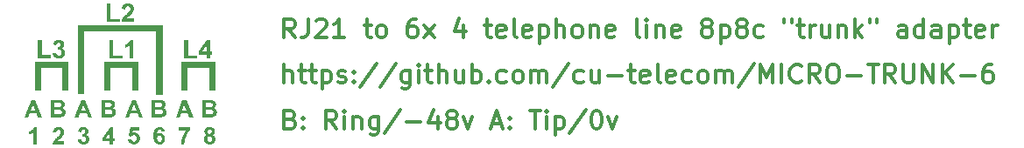
<source format=gto>
G04 #@! TF.GenerationSoftware,KiCad,Pcbnew,8.0.1*
G04 #@! TF.CreationDate,2024-08-12T23:30:21+01:00*
G04 #@! TF.ProjectId,MICRO_TRUNK_6_INSULATOR_BACK,4d494352-4f5f-4545-9255-4e4b5f365f49,rev?*
G04 #@! TF.SameCoordinates,Original*
G04 #@! TF.FileFunction,Legend,Top*
G04 #@! TF.FilePolarity,Positive*
%FSLAX46Y46*%
G04 Gerber Fmt 4.6, Leading zero omitted, Abs format (unit mm)*
G04 Created by KiCad (PCBNEW 8.0.1) date 2024-08-12 23:30:21*
%MOMM*%
%LPD*%
G01*
G04 APERTURE LIST*
%ADD10C,0.000000*%
%ADD11C,0.300000*%
%ADD12C,3.200000*%
G04 APERTURE END LIST*
D10*
G36*
X113818746Y-102278405D02*
G01*
X113863743Y-102279201D01*
X113905558Y-102280527D01*
X113944191Y-102282385D01*
X113979641Y-102284772D01*
X114011910Y-102287691D01*
X114040997Y-102291140D01*
X114066901Y-102295120D01*
X114079116Y-102297241D01*
X114091161Y-102299646D01*
X114103036Y-102302334D01*
X114114741Y-102305304D01*
X114126277Y-102308558D01*
X114137642Y-102312095D01*
X114148838Y-102315916D01*
X114159864Y-102320019D01*
X114170720Y-102324405D01*
X114181406Y-102329075D01*
X114191922Y-102334027D01*
X114202268Y-102339263D01*
X114212445Y-102344782D01*
X114222451Y-102350584D01*
X114232288Y-102356669D01*
X114241955Y-102363037D01*
X114251577Y-102369682D01*
X114260994Y-102376602D01*
X114270205Y-102383796D01*
X114279211Y-102391264D01*
X114288011Y-102399006D01*
X114296606Y-102407022D01*
X114304995Y-102415312D01*
X114313178Y-102423877D01*
X114321156Y-102432716D01*
X114328928Y-102441828D01*
X114336494Y-102451215D01*
X114343855Y-102460877D01*
X114351011Y-102470812D01*
X114357960Y-102481021D01*
X114364705Y-102491505D01*
X114371243Y-102502263D01*
X114377478Y-102513100D01*
X114383311Y-102524105D01*
X114388742Y-102535278D01*
X114393770Y-102546620D01*
X114398396Y-102558129D01*
X114402620Y-102569806D01*
X114406441Y-102581652D01*
X114409860Y-102593665D01*
X114412877Y-102605847D01*
X114415492Y-102618197D01*
X114417704Y-102630714D01*
X114419514Y-102643400D01*
X114420922Y-102656253D01*
X114421928Y-102669275D01*
X114422531Y-102682465D01*
X114422733Y-102695823D01*
X114422482Y-102710321D01*
X114421731Y-102724668D01*
X114420480Y-102738866D01*
X114418728Y-102752913D01*
X114416475Y-102766810D01*
X114413722Y-102780557D01*
X114410468Y-102794153D01*
X114406714Y-102807599D01*
X114402459Y-102820895D01*
X114397703Y-102834040D01*
X114392447Y-102847035D01*
X114386691Y-102859880D01*
X114380433Y-102872574D01*
X114373676Y-102885119D01*
X114366417Y-102897513D01*
X114358658Y-102909756D01*
X114350613Y-102921734D01*
X114342211Y-102933332D01*
X114333451Y-102944549D01*
X114324334Y-102955386D01*
X114314859Y-102965843D01*
X114305027Y-102975920D01*
X114294837Y-102985616D01*
X114284289Y-102994933D01*
X114273384Y-103003869D01*
X114262121Y-103012425D01*
X114250501Y-103020600D01*
X114238523Y-103028396D01*
X114226188Y-103035811D01*
X114213495Y-103042846D01*
X114200445Y-103049500D01*
X114187037Y-103055775D01*
X114205924Y-103061536D01*
X114224257Y-103067784D01*
X114242036Y-103074518D01*
X114259261Y-103081738D01*
X114275932Y-103089445D01*
X114292048Y-103097638D01*
X114307610Y-103106318D01*
X114322618Y-103115484D01*
X114337072Y-103125136D01*
X114350972Y-103135275D01*
X114364317Y-103145900D01*
X114377108Y-103157011D01*
X114389346Y-103168609D01*
X114401028Y-103180693D01*
X114412157Y-103193264D01*
X114422731Y-103206321D01*
X114432707Y-103219767D01*
X114442038Y-103233504D01*
X114450727Y-103247534D01*
X114458771Y-103261856D01*
X114466172Y-103276469D01*
X114472930Y-103291374D01*
X114479044Y-103306571D01*
X114484514Y-103322060D01*
X114489341Y-103337840D01*
X114493524Y-103353913D01*
X114497064Y-103370277D01*
X114499960Y-103386933D01*
X114502212Y-103403881D01*
X114503821Y-103421121D01*
X114504786Y-103438652D01*
X114505108Y-103456476D01*
X114504898Y-103470603D01*
X114504268Y-103484686D01*
X114503218Y-103498724D01*
X114501747Y-103512719D01*
X114499857Y-103526669D01*
X114497546Y-103540575D01*
X114494815Y-103554436D01*
X114491665Y-103568254D01*
X114488094Y-103582027D01*
X114484103Y-103595756D01*
X114479691Y-103609441D01*
X114474860Y-103623081D01*
X114469609Y-103636677D01*
X114463937Y-103650229D01*
X114457845Y-103663737D01*
X114451334Y-103677200D01*
X114444598Y-103690337D01*
X114437550Y-103703146D01*
X114430190Y-103715628D01*
X114422516Y-103727783D01*
X114414529Y-103739611D01*
X114406230Y-103751111D01*
X114397618Y-103762285D01*
X114388693Y-103773131D01*
X114379455Y-103783649D01*
X114369904Y-103793841D01*
X114360040Y-103803705D01*
X114349864Y-103813243D01*
X114339374Y-103822453D01*
X114328572Y-103831335D01*
X114317457Y-103839891D01*
X114306029Y-103848119D01*
X114294418Y-103855853D01*
X114282466Y-103863206D01*
X114270176Y-103870179D01*
X114257545Y-103876772D01*
X114244575Y-103882984D01*
X114231265Y-103888816D01*
X114217616Y-103894268D01*
X114203627Y-103899340D01*
X114189298Y-103904031D01*
X114174630Y-103908343D01*
X114159622Y-103912274D01*
X114144275Y-103915824D01*
X114128587Y-103918994D01*
X114112560Y-103921785D01*
X114096194Y-103924194D01*
X114079488Y-103926224D01*
X114054585Y-103928382D01*
X114022209Y-103930328D01*
X113982361Y-103932061D01*
X113935040Y-103933581D01*
X113817979Y-103935983D01*
X113671027Y-103937534D01*
X113100098Y-103937534D01*
X113100097Y-103657956D01*
X113438764Y-103657956D01*
X113752260Y-103657956D01*
X113835425Y-103657318D01*
X113870733Y-103656522D01*
X113901858Y-103655406D01*
X113928798Y-103653972D01*
X113951556Y-103652218D01*
X113970130Y-103650146D01*
X113984521Y-103647756D01*
X113993848Y-103645907D01*
X114002952Y-103643757D01*
X114011833Y-103641307D01*
X114020490Y-103638556D01*
X114028923Y-103635505D01*
X114037133Y-103632153D01*
X114045120Y-103628501D01*
X114052883Y-103624548D01*
X114060423Y-103620294D01*
X114067740Y-103615740D01*
X114074832Y-103610885D01*
X114081702Y-103605730D01*
X114088348Y-103600274D01*
X114094771Y-103594518D01*
X114100970Y-103588461D01*
X114106945Y-103582103D01*
X114112764Y-103575316D01*
X114118208Y-103568254D01*
X114123276Y-103560919D01*
X114127969Y-103553309D01*
X114132286Y-103545425D01*
X114136228Y-103537267D01*
X114139794Y-103528835D01*
X114142986Y-103520129D01*
X114145801Y-103511149D01*
X114148241Y-103501894D01*
X114150306Y-103492366D01*
X114151996Y-103482563D01*
X114153310Y-103472486D01*
X114154248Y-103462135D01*
X114154811Y-103451510D01*
X114154999Y-103440611D01*
X114154856Y-103431361D01*
X114154427Y-103422288D01*
X114153712Y-103413392D01*
X114152711Y-103404673D01*
X114151424Y-103396131D01*
X114149851Y-103387765D01*
X114147991Y-103379576D01*
X114145846Y-103371565D01*
X114143415Y-103363730D01*
X114140698Y-103356071D01*
X114137694Y-103348590D01*
X114134405Y-103341286D01*
X114130830Y-103334158D01*
X114126968Y-103327207D01*
X114122821Y-103320434D01*
X114118387Y-103313837D01*
X114113681Y-103307439D01*
X114108716Y-103301262D01*
X114103491Y-103295306D01*
X114098007Y-103289571D01*
X114092264Y-103284057D01*
X114086262Y-103278765D01*
X114080000Y-103273693D01*
X114073480Y-103268843D01*
X114066700Y-103264213D01*
X114059660Y-103259805D01*
X114052362Y-103255617D01*
X114044804Y-103251651D01*
X114036987Y-103247906D01*
X114028910Y-103244382D01*
X114020575Y-103241079D01*
X114011980Y-103237997D01*
X114002765Y-103235120D01*
X113992280Y-103232428D01*
X113980526Y-103229922D01*
X113967503Y-103227602D01*
X113953210Y-103225467D01*
X113937648Y-103223518D01*
X113920817Y-103221755D01*
X113902716Y-103220177D01*
X113862707Y-103217578D01*
X113817620Y-103215722D01*
X113767456Y-103214608D01*
X113712215Y-103214236D01*
X113438764Y-103214241D01*
X113438764Y-103657956D01*
X113100097Y-103657956D01*
X113100097Y-102938052D01*
X113438764Y-102938052D01*
X113660728Y-102938052D01*
X113750329Y-102937697D01*
X113821194Y-102936634D01*
X113873324Y-102934862D01*
X113892363Y-102933710D01*
X113906718Y-102932381D01*
X113917440Y-102930956D01*
X113927867Y-102929230D01*
X113937999Y-102927204D01*
X113947836Y-102924877D01*
X113957378Y-102922250D01*
X113966625Y-102919323D01*
X113975578Y-102916095D01*
X113984235Y-102912566D01*
X113992597Y-102908737D01*
X114000664Y-102904608D01*
X114008436Y-102900178D01*
X114015914Y-102895447D01*
X114023096Y-102890416D01*
X114029983Y-102885085D01*
X114036576Y-102879453D01*
X114042873Y-102873521D01*
X114048970Y-102867176D01*
X114054672Y-102860592D01*
X114059982Y-102853770D01*
X114064898Y-102846709D01*
X114069421Y-102839409D01*
X114073551Y-102831870D01*
X114077287Y-102824093D01*
X114080630Y-102816076D01*
X114083580Y-102807822D01*
X114086137Y-102799328D01*
X114088300Y-102790595D01*
X114090070Y-102781624D01*
X114091446Y-102772414D01*
X114092429Y-102762965D01*
X114093019Y-102753277D01*
X114093216Y-102743351D01*
X114093046Y-102733845D01*
X114092537Y-102724568D01*
X114091687Y-102715522D01*
X114090498Y-102706705D01*
X114088970Y-102698118D01*
X114087102Y-102689761D01*
X114084894Y-102681635D01*
X114082346Y-102673738D01*
X114079459Y-102666071D01*
X114076232Y-102658634D01*
X114072665Y-102651427D01*
X114068759Y-102644449D01*
X114064513Y-102637702D01*
X114059927Y-102631184D01*
X114055002Y-102624897D01*
X114049736Y-102618839D01*
X114044279Y-102612905D01*
X114038492Y-102607272D01*
X114032373Y-102601939D01*
X114025924Y-102596907D01*
X114019144Y-102592176D01*
X114012033Y-102587746D01*
X114004592Y-102583616D01*
X113996820Y-102579787D01*
X113988717Y-102576258D01*
X113980284Y-102573030D01*
X113971520Y-102570103D01*
X113962425Y-102567477D01*
X113952999Y-102565151D01*
X113943243Y-102563127D01*
X113933156Y-102561402D01*
X113922738Y-102559979D01*
X113907202Y-102558650D01*
X113885767Y-102557498D01*
X113858433Y-102556524D01*
X113825199Y-102555726D01*
X113741032Y-102554663D01*
X113633268Y-102554308D01*
X113438764Y-102554328D01*
X113438764Y-102938052D01*
X113100097Y-102938052D01*
X113100096Y-102278140D01*
X113770567Y-102278140D01*
X113818746Y-102278405D01*
G37*
G36*
X107328758Y-103937541D02*
G01*
X106960343Y-103937541D01*
X106813892Y-103560609D01*
X106143422Y-103560609D01*
X106004980Y-103937541D01*
X105645718Y-103937541D01*
X105904189Y-103281024D01*
X106247539Y-103281024D01*
X106705198Y-103281024D01*
X106474081Y-102665257D01*
X106247539Y-103281024D01*
X105904189Y-103281024D01*
X106299025Y-102278140D01*
X106657144Y-102278140D01*
X107328758Y-103937541D01*
G37*
G36*
X104064928Y-102278404D02*
G01*
X104109925Y-102279200D01*
X104151740Y-102280527D01*
X104190372Y-102282384D01*
X104225823Y-102284772D01*
X104258092Y-102287690D01*
X104287178Y-102291139D01*
X104313082Y-102295119D01*
X104325297Y-102297241D01*
X104337342Y-102299645D01*
X104349217Y-102302333D01*
X104360922Y-102305304D01*
X104372457Y-102308558D01*
X104383823Y-102312095D01*
X104395018Y-102315915D01*
X104406044Y-102320018D01*
X104416900Y-102324405D01*
X104427586Y-102329074D01*
X104438103Y-102334027D01*
X104448449Y-102339262D01*
X104458626Y-102344781D01*
X104468632Y-102350583D01*
X104478469Y-102356668D01*
X104488136Y-102363036D01*
X104497759Y-102369682D01*
X104507176Y-102376602D01*
X104516387Y-102383795D01*
X104525393Y-102391263D01*
X104534193Y-102399005D01*
X104542787Y-102407022D01*
X104551176Y-102415312D01*
X104559360Y-102423877D01*
X104567337Y-102432715D01*
X104575109Y-102441828D01*
X104582676Y-102451215D01*
X104590037Y-102460877D01*
X104597192Y-102470812D01*
X104604142Y-102481021D01*
X104610886Y-102491505D01*
X104617425Y-102502263D01*
X104623660Y-102513100D01*
X104629492Y-102524105D01*
X104634922Y-102535278D01*
X104639950Y-102546620D01*
X104644576Y-102558129D01*
X104648800Y-102569806D01*
X104652621Y-102581652D01*
X104656040Y-102593665D01*
X104659057Y-102605847D01*
X104661671Y-102618197D01*
X104663884Y-102630714D01*
X104665694Y-102643400D01*
X104667102Y-102656253D01*
X104668107Y-102669275D01*
X104668710Y-102682465D01*
X104668912Y-102695823D01*
X104668661Y-102710321D01*
X104667910Y-102724668D01*
X104666659Y-102738866D01*
X104664907Y-102752913D01*
X104662655Y-102766810D01*
X104659902Y-102780557D01*
X104656648Y-102794153D01*
X104652894Y-102807599D01*
X104648639Y-102820895D01*
X104643884Y-102834040D01*
X104638628Y-102847035D01*
X104632871Y-102859880D01*
X104626614Y-102872574D01*
X104619856Y-102885119D01*
X104612598Y-102897513D01*
X104604840Y-102909756D01*
X104596795Y-102921734D01*
X104588392Y-102933332D01*
X104579633Y-102944549D01*
X104570515Y-102955386D01*
X104561040Y-102965843D01*
X104551208Y-102975920D01*
X104541018Y-102985616D01*
X104530470Y-102994933D01*
X104519565Y-103003869D01*
X104508302Y-103012425D01*
X104496682Y-103020600D01*
X104484704Y-103028396D01*
X104472369Y-103035811D01*
X104459676Y-103042846D01*
X104446626Y-103049500D01*
X104433218Y-103055775D01*
X104452105Y-103061536D01*
X104470438Y-103067784D01*
X104488217Y-103074518D01*
X104505442Y-103081738D01*
X104522112Y-103089445D01*
X104538229Y-103097638D01*
X104553791Y-103106318D01*
X104568799Y-103115484D01*
X104583253Y-103125136D01*
X104597152Y-103135275D01*
X104610498Y-103145900D01*
X104623289Y-103157011D01*
X104635526Y-103168609D01*
X104647209Y-103180693D01*
X104658337Y-103193264D01*
X104668912Y-103206321D01*
X104678887Y-103219767D01*
X104688219Y-103233504D01*
X104696908Y-103247534D01*
X104704952Y-103261856D01*
X104712354Y-103276469D01*
X104719111Y-103291374D01*
X104725225Y-103306571D01*
X104730696Y-103322060D01*
X104735523Y-103337840D01*
X104739706Y-103353913D01*
X104743246Y-103370277D01*
X104746142Y-103386933D01*
X104748394Y-103403881D01*
X104750003Y-103421121D01*
X104750969Y-103438652D01*
X104751290Y-103456476D01*
X104751080Y-103470603D01*
X104750450Y-103484686D01*
X104749400Y-103498724D01*
X104747930Y-103512719D01*
X104746039Y-103526669D01*
X104743728Y-103540575D01*
X104740998Y-103554436D01*
X104737847Y-103568254D01*
X104734276Y-103582027D01*
X104730285Y-103595756D01*
X104725874Y-103609441D01*
X104721042Y-103623081D01*
X104715791Y-103636677D01*
X104710119Y-103650229D01*
X104704028Y-103663737D01*
X104697516Y-103677200D01*
X104690781Y-103690337D01*
X104683733Y-103703146D01*
X104676372Y-103715628D01*
X104668698Y-103727783D01*
X104660711Y-103739611D01*
X104652411Y-103751111D01*
X104643799Y-103762285D01*
X104634874Y-103773131D01*
X104625636Y-103783649D01*
X104616085Y-103793841D01*
X104606221Y-103803705D01*
X104596044Y-103813243D01*
X104585555Y-103822453D01*
X104574752Y-103831335D01*
X104563637Y-103839891D01*
X104552209Y-103848119D01*
X104540598Y-103855853D01*
X104528647Y-103863206D01*
X104516356Y-103870179D01*
X104503726Y-103876772D01*
X104490756Y-103882984D01*
X104477446Y-103888816D01*
X104463797Y-103894268D01*
X104449808Y-103899340D01*
X104435479Y-103904031D01*
X104420811Y-103908343D01*
X104405803Y-103912274D01*
X104390455Y-103915824D01*
X104374768Y-103918994D01*
X104358741Y-103921785D01*
X104342374Y-103924194D01*
X104325668Y-103926224D01*
X104300765Y-103928382D01*
X104268389Y-103930328D01*
X104228540Y-103932061D01*
X104181219Y-103933581D01*
X104064159Y-103935983D01*
X103917208Y-103937534D01*
X103346278Y-103937534D01*
X103346278Y-103657956D01*
X103684945Y-103657956D01*
X103998441Y-103657956D01*
X104081607Y-103657318D01*
X104116915Y-103656522D01*
X104148039Y-103655406D01*
X104174980Y-103653972D01*
X104197738Y-103652218D01*
X104216312Y-103650146D01*
X104230703Y-103647756D01*
X104240031Y-103645907D01*
X104249135Y-103643757D01*
X104258015Y-103641307D01*
X104266672Y-103638556D01*
X104275106Y-103635505D01*
X104283316Y-103632153D01*
X104291303Y-103628501D01*
X104299066Y-103624548D01*
X104306606Y-103620294D01*
X104313922Y-103615740D01*
X104321015Y-103610885D01*
X104327884Y-103605730D01*
X104334530Y-103600274D01*
X104340953Y-103594518D01*
X104347152Y-103588461D01*
X104353127Y-103582103D01*
X104358946Y-103575316D01*
X104364390Y-103568254D01*
X104369458Y-103560919D01*
X104374151Y-103553309D01*
X104378468Y-103545425D01*
X104382410Y-103537267D01*
X104385976Y-103528835D01*
X104389168Y-103520129D01*
X104391983Y-103511149D01*
X104394423Y-103501894D01*
X104396488Y-103492366D01*
X104398178Y-103482563D01*
X104399492Y-103472486D01*
X104400430Y-103462135D01*
X104400993Y-103451510D01*
X104401181Y-103440611D01*
X104401038Y-103431361D01*
X104400609Y-103422288D01*
X104399894Y-103413392D01*
X104398893Y-103404673D01*
X104397606Y-103396131D01*
X104396033Y-103387765D01*
X104394173Y-103379576D01*
X104392028Y-103371565D01*
X104389597Y-103363730D01*
X104386879Y-103356071D01*
X104383876Y-103348590D01*
X104380587Y-103341286D01*
X104377011Y-103334158D01*
X104373150Y-103327207D01*
X104369002Y-103320434D01*
X104364569Y-103313837D01*
X104359863Y-103307439D01*
X104354897Y-103301262D01*
X104349673Y-103295306D01*
X104344189Y-103289571D01*
X104338446Y-103284057D01*
X104332443Y-103278765D01*
X104326182Y-103273693D01*
X104319661Y-103268843D01*
X104312881Y-103264213D01*
X104305842Y-103259805D01*
X104298544Y-103255617D01*
X104290986Y-103251651D01*
X104283169Y-103247906D01*
X104275093Y-103244382D01*
X104266758Y-103241079D01*
X104258163Y-103237997D01*
X104248947Y-103235120D01*
X104238462Y-103232428D01*
X104226708Y-103229922D01*
X104213684Y-103227602D01*
X104199392Y-103225467D01*
X104183829Y-103223518D01*
X104166998Y-103221755D01*
X104148897Y-103220177D01*
X104108888Y-103217578D01*
X104063801Y-103215722D01*
X104013638Y-103214608D01*
X103958397Y-103214236D01*
X103684945Y-103214241D01*
X103684945Y-103657956D01*
X103346278Y-103657956D01*
X103346278Y-102938052D01*
X103684945Y-102938052D01*
X103906910Y-102938052D01*
X103996511Y-102937697D01*
X104067376Y-102936634D01*
X104119506Y-102934862D01*
X104138546Y-102933710D01*
X104152901Y-102932381D01*
X104163623Y-102930956D01*
X104174050Y-102929230D01*
X104184182Y-102927204D01*
X104194019Y-102924877D01*
X104203561Y-102922250D01*
X104212808Y-102919323D01*
X104221760Y-102916095D01*
X104230417Y-102912566D01*
X104238780Y-102908737D01*
X104246847Y-102904608D01*
X104254619Y-102900178D01*
X104262096Y-102895447D01*
X104269278Y-102890416D01*
X104276166Y-102885085D01*
X104282758Y-102879453D01*
X104289055Y-102873521D01*
X104295151Y-102867176D01*
X104300854Y-102860592D01*
X104306164Y-102853770D01*
X104311080Y-102846709D01*
X104315603Y-102839409D01*
X104319732Y-102831870D01*
X104323469Y-102824093D01*
X104326812Y-102816076D01*
X104329761Y-102807822D01*
X104332318Y-102799328D01*
X104334481Y-102790595D01*
X104336251Y-102781624D01*
X104337627Y-102772414D01*
X104338611Y-102762965D01*
X104339201Y-102753277D01*
X104339397Y-102743351D01*
X104339227Y-102733845D01*
X104338718Y-102724568D01*
X104337869Y-102715522D01*
X104336680Y-102706705D01*
X104335151Y-102698118D01*
X104333283Y-102689761D01*
X104331075Y-102681635D01*
X104328528Y-102673738D01*
X104325641Y-102666071D01*
X104322414Y-102658634D01*
X104318847Y-102651427D01*
X104314941Y-102644449D01*
X104310695Y-102637702D01*
X104306110Y-102631184D01*
X104301185Y-102624897D01*
X104295920Y-102618839D01*
X104290463Y-102612905D01*
X104284675Y-102607272D01*
X104278556Y-102601939D01*
X104272107Y-102596907D01*
X104265327Y-102592176D01*
X104258216Y-102587746D01*
X104250775Y-102583616D01*
X104243003Y-102579787D01*
X104234900Y-102576258D01*
X104226466Y-102573030D01*
X104217702Y-102570103D01*
X104208607Y-102567477D01*
X104199181Y-102565151D01*
X104189425Y-102563127D01*
X104179337Y-102561402D01*
X104168920Y-102559979D01*
X104153384Y-102558650D01*
X104131949Y-102557498D01*
X104104615Y-102556524D01*
X104071381Y-102555726D01*
X103987214Y-102554663D01*
X103879450Y-102554308D01*
X103684945Y-102554328D01*
X103684945Y-102938052D01*
X103346278Y-102938052D01*
X103346278Y-102278139D01*
X104016748Y-102278139D01*
X104064928Y-102278404D01*
G37*
G36*
X111772298Y-101374385D02*
G01*
X111172298Y-101374385D01*
X111172298Y-99159542D01*
X109103353Y-99159542D01*
X109103353Y-101332198D01*
X108503353Y-101332198D01*
X108503353Y-98559542D01*
X111772298Y-98559542D01*
X111772298Y-101374385D01*
G37*
G36*
X111309404Y-98218713D02*
G01*
X110962944Y-98218713D01*
X110962944Y-96926968D01*
X110938945Y-96948567D01*
X110914417Y-96969451D01*
X110889358Y-96989620D01*
X110863769Y-97009075D01*
X110837651Y-97027814D01*
X110811003Y-97045839D01*
X110783825Y-97063150D01*
X110756118Y-97079745D01*
X110727880Y-97095626D01*
X110699113Y-97110793D01*
X110669816Y-97125244D01*
X110639989Y-97138981D01*
X110609633Y-97152003D01*
X110578746Y-97164310D01*
X110547330Y-97175903D01*
X110515384Y-97186781D01*
X110515384Y-96875738D01*
X110532429Y-96869944D01*
X110549656Y-96863540D01*
X110567067Y-96856526D01*
X110584661Y-96848902D01*
X110602437Y-96840669D01*
X110620397Y-96831826D01*
X110638539Y-96822372D01*
X110656865Y-96812309D01*
X110675374Y-96801636D01*
X110694065Y-96790353D01*
X110712940Y-96778460D01*
X110731998Y-96765958D01*
X110751238Y-96752845D01*
X110770662Y-96739123D01*
X110790269Y-96724790D01*
X110810058Y-96709848D01*
X110829549Y-96694291D01*
X110848260Y-96678420D01*
X110866191Y-96662234D01*
X110883342Y-96645733D01*
X110899712Y-96628918D01*
X110915302Y-96611789D01*
X110930112Y-96594345D01*
X110944142Y-96576587D01*
X110957391Y-96558514D01*
X110969861Y-96540127D01*
X110981550Y-96521426D01*
X110992458Y-96502409D01*
X111002587Y-96483079D01*
X111011935Y-96463434D01*
X111020503Y-96443474D01*
X111028291Y-96423200D01*
X111309404Y-96423200D01*
X111309404Y-98218713D01*
G37*
G36*
X102451850Y-103937540D02*
G01*
X102083435Y-103937540D01*
X101936984Y-103560608D01*
X101266514Y-103560608D01*
X101128072Y-103937540D01*
X100768810Y-103937540D01*
X101027281Y-103281023D01*
X101370631Y-103281023D01*
X101828290Y-103281023D01*
X101597173Y-102665255D01*
X101370631Y-103281023D01*
X101027281Y-103281023D01*
X101422117Y-102278138D01*
X101780236Y-102278138D01*
X102451850Y-103937540D01*
G37*
G36*
X109096463Y-94359131D02*
G01*
X110003913Y-94359131D01*
X110003913Y-94660416D01*
X108731510Y-94660416D01*
X108731510Y-92886858D01*
X109096463Y-92886858D01*
X109096463Y-94359131D01*
G37*
G36*
X117082575Y-103937541D02*
G01*
X116714160Y-103937541D01*
X116567712Y-103560609D01*
X115897240Y-103560609D01*
X115758798Y-103937541D01*
X115399536Y-103937541D01*
X115658007Y-103281024D01*
X116001358Y-103281024D01*
X116459016Y-103281024D01*
X116227900Y-102665257D01*
X116001358Y-103281024D01*
X115658007Y-103281024D01*
X116052843Y-102278140D01*
X116410961Y-102278140D01*
X117082575Y-103937541D01*
G37*
G36*
X104129590Y-96408581D02*
G01*
X104160308Y-96410468D01*
X104190236Y-96413613D01*
X104219374Y-96418015D01*
X104247722Y-96423676D01*
X104275280Y-96430594D01*
X104302049Y-96438771D01*
X104328027Y-96448205D01*
X104353216Y-96458897D01*
X104377615Y-96470847D01*
X104401224Y-96484055D01*
X104424043Y-96498521D01*
X104446072Y-96514244D01*
X104467312Y-96531226D01*
X104487761Y-96549465D01*
X104507421Y-96568963D01*
X104522799Y-96585563D01*
X104537185Y-96602430D01*
X104550579Y-96619565D01*
X104562981Y-96636965D01*
X104574391Y-96654633D01*
X104584808Y-96672568D01*
X104594233Y-96690769D01*
X104602667Y-96709237D01*
X104610108Y-96727972D01*
X104616557Y-96746974D01*
X104622013Y-96766243D01*
X104626478Y-96785778D01*
X104629950Y-96805581D01*
X104632431Y-96825650D01*
X104633919Y-96845986D01*
X104634415Y-96866589D01*
X104633399Y-96895644D01*
X104630350Y-96923956D01*
X104625269Y-96951525D01*
X104618156Y-96978351D01*
X104609010Y-97004433D01*
X104597831Y-97029772D01*
X104584620Y-97054368D01*
X104569377Y-97078220D01*
X104552101Y-97101329D01*
X104532793Y-97123695D01*
X104511453Y-97145318D01*
X104488080Y-97166197D01*
X104462674Y-97186333D01*
X104435236Y-97205725D01*
X104405766Y-97224375D01*
X104374263Y-97242281D01*
X104393436Y-97246716D01*
X104412118Y-97251791D01*
X104430309Y-97257504D01*
X104448008Y-97263855D01*
X104465217Y-97270845D01*
X104481934Y-97278474D01*
X104498159Y-97286740D01*
X104513894Y-97295646D01*
X104529137Y-97305190D01*
X104543889Y-97315372D01*
X104558150Y-97326193D01*
X104571920Y-97337652D01*
X104585198Y-97349750D01*
X104597985Y-97362486D01*
X104610281Y-97375860D01*
X104622085Y-97389874D01*
X104633432Y-97404392D01*
X104644047Y-97419282D01*
X104653930Y-97434543D01*
X104663081Y-97450176D01*
X104671500Y-97466181D01*
X104679186Y-97482558D01*
X104686141Y-97499306D01*
X104692363Y-97516425D01*
X104697854Y-97533917D01*
X104702612Y-97551780D01*
X104706639Y-97570015D01*
X104709933Y-97588621D01*
X104712495Y-97607599D01*
X104714325Y-97626949D01*
X104715423Y-97646670D01*
X104715789Y-97666763D01*
X104715110Y-97695918D01*
X104713073Y-97724531D01*
X104709678Y-97752600D01*
X104704924Y-97780126D01*
X104698812Y-97807109D01*
X104691342Y-97833548D01*
X104682514Y-97859445D01*
X104672328Y-97884798D01*
X104660784Y-97909608D01*
X104647881Y-97933875D01*
X104633620Y-97957599D01*
X104618001Y-97980779D01*
X104601024Y-98003417D01*
X104582689Y-98025511D01*
X104562995Y-98047062D01*
X104541944Y-98068070D01*
X104519881Y-98088158D01*
X104497153Y-98106950D01*
X104473761Y-98124446D01*
X104449704Y-98140646D01*
X104424982Y-98155551D01*
X104399596Y-98169159D01*
X104373545Y-98181471D01*
X104346829Y-98192487D01*
X104319449Y-98202207D01*
X104291404Y-98210631D01*
X104262695Y-98217759D01*
X104233321Y-98223591D01*
X104203282Y-98228127D01*
X104172579Y-98231367D01*
X104141211Y-98233311D01*
X104109179Y-98233959D01*
X104078836Y-98233416D01*
X104049149Y-98231787D01*
X104020117Y-98229071D01*
X103991740Y-98225269D01*
X103964018Y-98220380D01*
X103936951Y-98214405D01*
X103910539Y-98207344D01*
X103884782Y-98199196D01*
X103859680Y-98189962D01*
X103835233Y-98179641D01*
X103811441Y-98168235D01*
X103788304Y-98155741D01*
X103765822Y-98142162D01*
X103743995Y-98127496D01*
X103722823Y-98111744D01*
X103702306Y-98094905D01*
X103682646Y-98077037D01*
X103664046Y-98058502D01*
X103646505Y-98039300D01*
X103630024Y-98019431D01*
X103614603Y-97998895D01*
X103600241Y-97977692D01*
X103586938Y-97955822D01*
X103574696Y-97933284D01*
X103563512Y-97910080D01*
X103553389Y-97886208D01*
X103544325Y-97861670D01*
X103536320Y-97836464D01*
X103529375Y-97810592D01*
X103523490Y-97784052D01*
X103518664Y-97756845D01*
X103514898Y-97728972D01*
X103850259Y-97688719D01*
X103852474Y-97704343D01*
X103855114Y-97719500D01*
X103858177Y-97734189D01*
X103861664Y-97748412D01*
X103865575Y-97762168D01*
X103869909Y-97775457D01*
X103874668Y-97788279D01*
X103879850Y-97800634D01*
X103885456Y-97812522D01*
X103891486Y-97823943D01*
X103897940Y-97834897D01*
X103904817Y-97845385D01*
X103912119Y-97855405D01*
X103919844Y-97864958D01*
X103927993Y-97874045D01*
X103936566Y-97882664D01*
X103945466Y-97890788D01*
X103954598Y-97898388D01*
X103963960Y-97905463D01*
X103973554Y-97912015D01*
X103983379Y-97918042D01*
X103993435Y-97923546D01*
X104003723Y-97928525D01*
X104014241Y-97932980D01*
X104024991Y-97936911D01*
X104035972Y-97940318D01*
X104047184Y-97943200D01*
X104058628Y-97945559D01*
X104070302Y-97947393D01*
X104082208Y-97948703D01*
X104094345Y-97949490D01*
X104106713Y-97949752D01*
X104119986Y-97949437D01*
X104132990Y-97948494D01*
X104145724Y-97946921D01*
X104158188Y-97944720D01*
X104170383Y-97941890D01*
X104182308Y-97938431D01*
X104193963Y-97934342D01*
X104205349Y-97929625D01*
X104216464Y-97924279D01*
X104227310Y-97918304D01*
X104237887Y-97911700D01*
X104248193Y-97904467D01*
X104258230Y-97896606D01*
X104267998Y-97888115D01*
X104277495Y-97878995D01*
X104286723Y-97869247D01*
X104295681Y-97858964D01*
X104304061Y-97848244D01*
X104311863Y-97837085D01*
X104319088Y-97825487D01*
X104325734Y-97813451D01*
X104331802Y-97800977D01*
X104337293Y-97788065D01*
X104342205Y-97774714D01*
X104346540Y-97760925D01*
X104350297Y-97746697D01*
X104353475Y-97732031D01*
X104356076Y-97716927D01*
X104358099Y-97701384D01*
X104359544Y-97685403D01*
X104360411Y-97668984D01*
X104360700Y-97652126D01*
X104360425Y-97636173D01*
X104359602Y-97620640D01*
X104358229Y-97605527D01*
X104356307Y-97590832D01*
X104353837Y-97576557D01*
X104350817Y-97562701D01*
X104347248Y-97549264D01*
X104343130Y-97536247D01*
X104338463Y-97523649D01*
X104333247Y-97511470D01*
X104327483Y-97499711D01*
X104321169Y-97488371D01*
X104314305Y-97477450D01*
X104306893Y-97466948D01*
X104298932Y-97456866D01*
X104290422Y-97447203D01*
X104281517Y-97438045D01*
X104272371Y-97429478D01*
X104262984Y-97421502D01*
X104253356Y-97414117D01*
X104243488Y-97407322D01*
X104233379Y-97401119D01*
X104223029Y-97395506D01*
X104212438Y-97390484D01*
X104201606Y-97386053D01*
X104190534Y-97382212D01*
X104179220Y-97378963D01*
X104167666Y-97376304D01*
X104155872Y-97374236D01*
X104143836Y-97372759D01*
X104131559Y-97371873D01*
X104119042Y-97371577D01*
X104110619Y-97371677D01*
X104101993Y-97371978D01*
X104084134Y-97373178D01*
X104065467Y-97375179D01*
X104045990Y-97377981D01*
X104025704Y-97381583D01*
X104004609Y-97385985D01*
X103982705Y-97391188D01*
X103959991Y-97397191D01*
X103998213Y-97117862D01*
X104015522Y-97118058D01*
X104032311Y-97117729D01*
X104048581Y-97116876D01*
X104064330Y-97115499D01*
X104079558Y-97113598D01*
X104094267Y-97111173D01*
X104108456Y-97108223D01*
X104122124Y-97104750D01*
X104135272Y-97100752D01*
X104147901Y-97096231D01*
X104160009Y-97091185D01*
X104171596Y-97085615D01*
X104182664Y-97079520D01*
X104193212Y-97072902D01*
X104203239Y-97065760D01*
X104212746Y-97058093D01*
X104221704Y-97049850D01*
X104230084Y-97041283D01*
X104237887Y-97032392D01*
X104245111Y-97023177D01*
X104251757Y-97013638D01*
X104257826Y-97003775D01*
X104263316Y-96993588D01*
X104268229Y-96983077D01*
X104272563Y-96972242D01*
X104276320Y-96961082D01*
X104279498Y-96949599D01*
X104282099Y-96937792D01*
X104284122Y-96925661D01*
X104285567Y-96913206D01*
X104286434Y-96900427D01*
X104286723Y-96887324D01*
X104286511Y-96876184D01*
X104285875Y-96865330D01*
X104284815Y-96854762D01*
X104283332Y-96844479D01*
X104281425Y-96834483D01*
X104279094Y-96824772D01*
X104276339Y-96815347D01*
X104273160Y-96806209D01*
X104269558Y-96797356D01*
X104265531Y-96788789D01*
X104261081Y-96780508D01*
X104256207Y-96772512D01*
X104250909Y-96764803D01*
X104245188Y-96757379D01*
X104239042Y-96750242D01*
X104232473Y-96743390D01*
X104225552Y-96736891D01*
X104218352Y-96730811D01*
X104210872Y-96725151D01*
X104203113Y-96719909D01*
X104195075Y-96715088D01*
X104186758Y-96710685D01*
X104178161Y-96706702D01*
X104169284Y-96703137D01*
X104160129Y-96699993D01*
X104150694Y-96697267D01*
X104140979Y-96694961D01*
X104130986Y-96693074D01*
X104120713Y-96691607D01*
X104110160Y-96690559D01*
X104099329Y-96689930D01*
X104088217Y-96689720D01*
X104077222Y-96689958D01*
X104066429Y-96690673D01*
X104055838Y-96691864D01*
X104045450Y-96693532D01*
X104035264Y-96695676D01*
X104025280Y-96698297D01*
X104015498Y-96701394D01*
X104005919Y-96704967D01*
X103996542Y-96709017D01*
X103987367Y-96713544D01*
X103978394Y-96718547D01*
X103969624Y-96724026D01*
X103961056Y-96729982D01*
X103952690Y-96736414D01*
X103944527Y-96743323D01*
X103936565Y-96750709D01*
X103928898Y-96758552D01*
X103921616Y-96766833D01*
X103914719Y-96775552D01*
X103908207Y-96784710D01*
X103902081Y-96794306D01*
X103896340Y-96804341D01*
X103890984Y-96814814D01*
X103886014Y-96825725D01*
X103881429Y-96837075D01*
X103877229Y-96848863D01*
X103873415Y-96861089D01*
X103869986Y-96873754D01*
X103866942Y-96886857D01*
X103864284Y-96900399D01*
X103862010Y-96914378D01*
X103860122Y-96928797D01*
X103540789Y-96875127D01*
X103549632Y-96835598D01*
X103559515Y-96798128D01*
X103564846Y-96780165D01*
X103570438Y-96762717D01*
X103576289Y-96745783D01*
X103582401Y-96729363D01*
X103588773Y-96713459D01*
X103595405Y-96698068D01*
X103602297Y-96683193D01*
X103609449Y-96668832D01*
X103616861Y-96654986D01*
X103624533Y-96641654D01*
X103632466Y-96628836D01*
X103640658Y-96616534D01*
X103649337Y-96604503D01*
X103658420Y-96592805D01*
X103667908Y-96581441D01*
X103677801Y-96570411D01*
X103688098Y-96559714D01*
X103698799Y-96549351D01*
X103709905Y-96539321D01*
X103721416Y-96529625D01*
X103733331Y-96520262D01*
X103745651Y-96511233D01*
X103758376Y-96502537D01*
X103771505Y-96494175D01*
X103785038Y-96486146D01*
X103798976Y-96478451D01*
X103813319Y-96471090D01*
X103828066Y-96464062D01*
X103843281Y-96457267D01*
X103858717Y-96450911D01*
X103874374Y-96444993D01*
X103890253Y-96439514D01*
X103906354Y-96434473D01*
X103922676Y-96429870D01*
X103939220Y-96425706D01*
X103955985Y-96421980D01*
X103972972Y-96418692D01*
X103990180Y-96415843D01*
X104007610Y-96413432D01*
X104025261Y-96411459D01*
X104043134Y-96409925D01*
X104061229Y-96408829D01*
X104079545Y-96408171D01*
X104098082Y-96407952D01*
X104129590Y-96408581D01*
G37*
G36*
X104110867Y-104907060D02*
G01*
X104140655Y-104908612D01*
X104169612Y-104911199D01*
X104197738Y-104914820D01*
X104225032Y-104919476D01*
X104251495Y-104925166D01*
X104277126Y-104931892D01*
X104301926Y-104939651D01*
X104325895Y-104948446D01*
X104349033Y-104958275D01*
X104371340Y-104969139D01*
X104392815Y-104981037D01*
X104413459Y-104993970D01*
X104433271Y-105007938D01*
X104452252Y-105022940D01*
X104470402Y-105038977D01*
X104487582Y-105055784D01*
X104503654Y-105073094D01*
X104518617Y-105090909D01*
X104532472Y-105109228D01*
X104545219Y-105128050D01*
X104556857Y-105147377D01*
X104567387Y-105167208D01*
X104576808Y-105187543D01*
X104585121Y-105208382D01*
X104592325Y-105229725D01*
X104598422Y-105251572D01*
X104603409Y-105273923D01*
X104607289Y-105296778D01*
X104610060Y-105320137D01*
X104611722Y-105344001D01*
X104612277Y-105368368D01*
X104612116Y-105382336D01*
X104611633Y-105396224D01*
X104610828Y-105410032D01*
X104609702Y-105423761D01*
X104608254Y-105437410D01*
X104606484Y-105450980D01*
X104604393Y-105464470D01*
X104601979Y-105477881D01*
X104599244Y-105491212D01*
X104596187Y-105504464D01*
X104592808Y-105517636D01*
X104589108Y-105530728D01*
X104585085Y-105543741D01*
X104580741Y-105556674D01*
X104576075Y-105569528D01*
X104571088Y-105582302D01*
X104565894Y-105594934D01*
X104560325Y-105607646D01*
X104554381Y-105620437D01*
X104548062Y-105633309D01*
X104541367Y-105646259D01*
X104534296Y-105659290D01*
X104526850Y-105672400D01*
X104519029Y-105685589D01*
X104502260Y-105712208D01*
X104483989Y-105739144D01*
X104464217Y-105766399D01*
X104442943Y-105793973D01*
X104435283Y-105803422D01*
X104426889Y-105813375D01*
X104407904Y-105834793D01*
X104385986Y-105858227D01*
X104361137Y-105883677D01*
X104333355Y-105911144D01*
X104302642Y-105940626D01*
X104268997Y-105972125D01*
X104232420Y-106005640D01*
X104163270Y-106068887D01*
X104107994Y-106120532D01*
X104066590Y-106160573D01*
X104051090Y-106176243D01*
X104039059Y-106189013D01*
X104029280Y-106200297D01*
X104019966Y-106211510D01*
X104011117Y-106222653D01*
X104002733Y-106233724D01*
X103994813Y-106244725D01*
X103987358Y-106255655D01*
X103980368Y-106266514D01*
X103973842Y-106277303D01*
X104612276Y-106277304D01*
X104612276Y-106572738D01*
X103485292Y-106572738D01*
X103487866Y-106551868D01*
X103491013Y-106531139D01*
X103494731Y-106510552D01*
X103499022Y-106490107D01*
X103503884Y-106469803D01*
X103509319Y-106449640D01*
X103515326Y-106429619D01*
X103521904Y-106409740D01*
X103529055Y-106390002D01*
X103536778Y-106370405D01*
X103545073Y-106350950D01*
X103553940Y-106331636D01*
X103563379Y-106312464D01*
X103573391Y-106293434D01*
X103583974Y-106274545D01*
X103595129Y-106255797D01*
X103607268Y-106236598D01*
X103620801Y-106216639D01*
X103635729Y-106195920D01*
X103652051Y-106174440D01*
X103669767Y-106152200D01*
X103688878Y-106129199D01*
X103709384Y-106105437D01*
X103731283Y-106080915D01*
X103754577Y-106055633D01*
X103779266Y-106029590D01*
X103832826Y-105975222D01*
X103891964Y-105917812D01*
X103956680Y-105857360D01*
X104008399Y-105809289D01*
X104054862Y-105765250D01*
X104096069Y-105725243D01*
X104132021Y-105689269D01*
X104162716Y-105657328D01*
X104188156Y-105629419D01*
X104208339Y-105605542D01*
X104223267Y-105585698D01*
X104231303Y-105573398D01*
X104238820Y-105561114D01*
X104245819Y-105548849D01*
X104252300Y-105536601D01*
X104258262Y-105524371D01*
X104263705Y-105512159D01*
X104268631Y-105499964D01*
X104273037Y-105487787D01*
X104276926Y-105475628D01*
X104280296Y-105463486D01*
X104283147Y-105451362D01*
X104285480Y-105439256D01*
X104287295Y-105427167D01*
X104288591Y-105415096D01*
X104289368Y-105403043D01*
X104289628Y-105391007D01*
X104289400Y-105377901D01*
X104288716Y-105365185D01*
X104287576Y-105352858D01*
X104285981Y-105340919D01*
X104283929Y-105329370D01*
X104281422Y-105318210D01*
X104278459Y-105307439D01*
X104275040Y-105297057D01*
X104271165Y-105287065D01*
X104266834Y-105277461D01*
X104262047Y-105268247D01*
X104256805Y-105259421D01*
X104251106Y-105250985D01*
X104244952Y-105242938D01*
X104238342Y-105235280D01*
X104231276Y-105228011D01*
X104223951Y-105221020D01*
X104216277Y-105214481D01*
X104208254Y-105208392D01*
X104199883Y-105202755D01*
X104191163Y-105197568D01*
X104182095Y-105192833D01*
X104172678Y-105188548D01*
X104162913Y-105184715D01*
X104152799Y-105181332D01*
X104142336Y-105178401D01*
X104131525Y-105175920D01*
X104120365Y-105173890D01*
X104108856Y-105172312D01*
X104096999Y-105171184D01*
X104084793Y-105170508D01*
X104072239Y-105170282D01*
X104059814Y-105170517D01*
X104047711Y-105171220D01*
X104035930Y-105172391D01*
X104024471Y-105174032D01*
X104013334Y-105176141D01*
X104002518Y-105178719D01*
X103992024Y-105181765D01*
X103981852Y-105185280D01*
X103972001Y-105189264D01*
X103962473Y-105193717D01*
X103953266Y-105198638D01*
X103944381Y-105204028D01*
X103935818Y-105209886D01*
X103927576Y-105216213D01*
X103919657Y-105223009D01*
X103912059Y-105230273D01*
X103904819Y-105238082D01*
X103897972Y-105246509D01*
X103891518Y-105255556D01*
X103885457Y-105265221D01*
X103879790Y-105275506D01*
X103874516Y-105286409D01*
X103869636Y-105297932D01*
X103865149Y-105310073D01*
X103861055Y-105322834D01*
X103857354Y-105336214D01*
X103854047Y-105350212D01*
X103851133Y-105364830D01*
X103848612Y-105380067D01*
X103846485Y-105395923D01*
X103844750Y-105412397D01*
X103843410Y-105429491D01*
X103523048Y-105397799D01*
X103527102Y-105365552D01*
X103532112Y-105334464D01*
X103538078Y-105304534D01*
X103545001Y-105275763D01*
X103552880Y-105248150D01*
X103561716Y-105221696D01*
X103571509Y-105196400D01*
X103582257Y-105172262D01*
X103593962Y-105149283D01*
X103606624Y-105127463D01*
X103620242Y-105106801D01*
X103634817Y-105087297D01*
X103650348Y-105068952D01*
X103666836Y-105051765D01*
X103684280Y-105035737D01*
X103702680Y-105020867D01*
X103721853Y-105007023D01*
X103741617Y-104994072D01*
X103761970Y-104982015D01*
X103782913Y-104970850D01*
X103804446Y-104960579D01*
X103826570Y-104951201D01*
X103849283Y-104942716D01*
X103872586Y-104935124D01*
X103896479Y-104928425D01*
X103920962Y-104922620D01*
X103946034Y-104917707D01*
X103971697Y-104913688D01*
X103997950Y-104910562D01*
X104024793Y-104908329D01*
X104052225Y-104906990D01*
X104080248Y-104906543D01*
X104110867Y-104907060D01*
G37*
G36*
X110817365Y-92865460D02*
G01*
X110849465Y-92867133D01*
X110880670Y-92869920D01*
X110910978Y-92873822D01*
X110940391Y-92878840D01*
X110968907Y-92884972D01*
X110996528Y-92892219D01*
X111023254Y-92900581D01*
X111049083Y-92910058D01*
X111074017Y-92920650D01*
X111098054Y-92932357D01*
X111121196Y-92945179D01*
X111143442Y-92959116D01*
X111164793Y-92974168D01*
X111185247Y-92990335D01*
X111204806Y-93007617D01*
X111223320Y-93025727D01*
X111240639Y-93044381D01*
X111256764Y-93063579D01*
X111271694Y-93083319D01*
X111285430Y-93103603D01*
X111297971Y-93124429D01*
X111309318Y-93145799D01*
X111319471Y-93167713D01*
X111328429Y-93190169D01*
X111336193Y-93213168D01*
X111342762Y-93236711D01*
X111348137Y-93260797D01*
X111352317Y-93285426D01*
X111355303Y-93310598D01*
X111357095Y-93336313D01*
X111357692Y-93362572D01*
X111357519Y-93377624D01*
X111356999Y-93392590D01*
X111356132Y-93407470D01*
X111354918Y-93422265D01*
X111353358Y-93436974D01*
X111351450Y-93451597D01*
X111349196Y-93466134D01*
X111346595Y-93480586D01*
X111343648Y-93494951D01*
X111340353Y-93509231D01*
X111336712Y-93523425D01*
X111332724Y-93537534D01*
X111328390Y-93551557D01*
X111323708Y-93565494D01*
X111318680Y-93579345D01*
X111313305Y-93593110D01*
X111307709Y-93606723D01*
X111301708Y-93620422D01*
X111295302Y-93634206D01*
X111288492Y-93648076D01*
X111281277Y-93662032D01*
X111273658Y-93676074D01*
X111265634Y-93690202D01*
X111257206Y-93704415D01*
X111239136Y-93733099D01*
X111219447Y-93762126D01*
X111198140Y-93791495D01*
X111175215Y-93821208D01*
X111166960Y-93831391D01*
X111157915Y-93842116D01*
X111137456Y-93865197D01*
X111113837Y-93890450D01*
X111087059Y-93917876D01*
X111057121Y-93947475D01*
X111024024Y-93979246D01*
X110987768Y-94013190D01*
X110948352Y-94049307D01*
X110873836Y-94117462D01*
X110814269Y-94173115D01*
X110769652Y-94216264D01*
X110752949Y-94233150D01*
X110739984Y-94246911D01*
X110729446Y-94259071D01*
X110719409Y-94271154D01*
X110709872Y-94283161D01*
X110700837Y-94295092D01*
X110692303Y-94306947D01*
X110684270Y-94318725D01*
X110676737Y-94330428D01*
X110669706Y-94342054D01*
X111357691Y-94342054D01*
X111357691Y-94660416D01*
X110143237Y-94660416D01*
X110146011Y-94637926D01*
X110149402Y-94615589D01*
X110153409Y-94593404D01*
X110158032Y-94571372D01*
X110163272Y-94549492D01*
X110169129Y-94527765D01*
X110175602Y-94506190D01*
X110182691Y-94484768D01*
X110190397Y-94463498D01*
X110198720Y-94442380D01*
X110207658Y-94421416D01*
X110217214Y-94400603D01*
X110227385Y-94379943D01*
X110238173Y-94359436D01*
X110249578Y-94339081D01*
X110261599Y-94318878D01*
X110274680Y-94298189D01*
X110289263Y-94276681D01*
X110305349Y-94254354D01*
X110322938Y-94231206D01*
X110342029Y-94207240D01*
X110362623Y-94182453D01*
X110384720Y-94156847D01*
X110408319Y-94130422D01*
X110433422Y-94103177D01*
X110460026Y-94075113D01*
X110517744Y-94016525D01*
X110581472Y-93954660D01*
X110651211Y-93889516D01*
X110706944Y-93837713D01*
X110757013Y-93790256D01*
X110801419Y-93747145D01*
X110840160Y-93708379D01*
X110873238Y-93673958D01*
X110900652Y-93643883D01*
X110922402Y-93618154D01*
X110938488Y-93596769D01*
X110947148Y-93583514D01*
X110955249Y-93570277D01*
X110962791Y-93557060D01*
X110969775Y-93543861D01*
X110976200Y-93530682D01*
X110982066Y-93517522D01*
X110987374Y-93504381D01*
X110992122Y-93491259D01*
X110996313Y-93478155D01*
X110999944Y-93465071D01*
X111003017Y-93452007D01*
X111005531Y-93438961D01*
X111007486Y-93425934D01*
X111008883Y-93412926D01*
X111009721Y-93399937D01*
X111010000Y-93386968D01*
X111009755Y-93372845D01*
X111009018Y-93359141D01*
X111007790Y-93345857D01*
X111006070Y-93332992D01*
X111003860Y-93320547D01*
X111001158Y-93308521D01*
X110997965Y-93296914D01*
X110994280Y-93285726D01*
X110990104Y-93274958D01*
X110985438Y-93264609D01*
X110980279Y-93254679D01*
X110974630Y-93245168D01*
X110968489Y-93236077D01*
X110961857Y-93227405D01*
X110954734Y-93219153D01*
X110947119Y-93211319D01*
X110939226Y-93203786D01*
X110930956Y-93196739D01*
X110922311Y-93190178D01*
X110913291Y-93184103D01*
X110903894Y-93178514D01*
X110894122Y-93173411D01*
X110883974Y-93168794D01*
X110873451Y-93164663D01*
X110862552Y-93161018D01*
X110851277Y-93157859D01*
X110839627Y-93155186D01*
X110827601Y-93152999D01*
X110815199Y-93151298D01*
X110802422Y-93150083D01*
X110789268Y-93149354D01*
X110775740Y-93149111D01*
X110762350Y-93149363D01*
X110749308Y-93150121D01*
X110736613Y-93151384D01*
X110724264Y-93153151D01*
X110712262Y-93155424D01*
X110700606Y-93158202D01*
X110689298Y-93161485D01*
X110678336Y-93165273D01*
X110667721Y-93169566D01*
X110657453Y-93174364D01*
X110647532Y-93179667D01*
X110637957Y-93185476D01*
X110628729Y-93191789D01*
X110619848Y-93198607D01*
X110611314Y-93205931D01*
X110603126Y-93213759D01*
X110595324Y-93222174D01*
X110587945Y-93231255D01*
X110580991Y-93241004D01*
X110574460Y-93251420D01*
X110568353Y-93262503D01*
X110562670Y-93274252D01*
X110557411Y-93286669D01*
X110552575Y-93299753D01*
X110548164Y-93313505D01*
X110544176Y-93327923D01*
X110540612Y-93343008D01*
X110537472Y-93358760D01*
X110534755Y-93375180D01*
X110532463Y-93392266D01*
X110530594Y-93410019D01*
X110529149Y-93428440D01*
X110183924Y-93394286D01*
X110188293Y-93359537D01*
X110193692Y-93326036D01*
X110200121Y-93293783D01*
X110207582Y-93262779D01*
X110216072Y-93233023D01*
X110225594Y-93204515D01*
X110236146Y-93177256D01*
X110247729Y-93151245D01*
X110260343Y-93126483D01*
X110273987Y-93102969D01*
X110288662Y-93080703D01*
X110304368Y-93059686D01*
X110321104Y-93039917D01*
X110338871Y-93021396D01*
X110357668Y-93004124D01*
X110377497Y-92988100D01*
X110398158Y-92973182D01*
X110419455Y-92959226D01*
X110441388Y-92946232D01*
X110463957Y-92934201D01*
X110487161Y-92923133D01*
X110511002Y-92913027D01*
X110535477Y-92903883D01*
X110560589Y-92895702D01*
X110586337Y-92888483D01*
X110612720Y-92882227D01*
X110639739Y-92876934D01*
X110667393Y-92872603D01*
X110695684Y-92869234D01*
X110724610Y-92866828D01*
X110754172Y-92865384D01*
X110784370Y-92864903D01*
X110817365Y-92865460D01*
G37*
G36*
X116790820Y-105152171D02*
G01*
X116773782Y-105169176D01*
X116756709Y-105187084D01*
X116739601Y-105205893D01*
X116722456Y-105225604D01*
X116705276Y-105246218D01*
X116688060Y-105267733D01*
X116670809Y-105290150D01*
X116653521Y-105313469D01*
X116636198Y-105337691D01*
X116618840Y-105362814D01*
X116601445Y-105388839D01*
X116584015Y-105415767D01*
X116566549Y-105443596D01*
X116549048Y-105472327D01*
X116513938Y-105532496D01*
X116479791Y-105594964D01*
X116447719Y-105658423D01*
X116417721Y-105722872D01*
X116389796Y-105788312D01*
X116363946Y-105854742D01*
X116340169Y-105922162D01*
X116318467Y-105990573D01*
X116298838Y-106059974D01*
X116281693Y-106128667D01*
X116266873Y-106195522D01*
X116254376Y-106260537D01*
X116244204Y-106323712D01*
X116236356Y-106385049D01*
X116230832Y-106444546D01*
X116227633Y-106502203D01*
X116226757Y-106558022D01*
X115916692Y-106558022D01*
X115918190Y-106514955D01*
X115920679Y-106471783D01*
X115924161Y-106428504D01*
X115928635Y-106385120D01*
X115934101Y-106341629D01*
X115940559Y-106298032D01*
X115948009Y-106254330D01*
X115956452Y-106210521D01*
X115965887Y-106166605D01*
X115976314Y-106122584D01*
X115987733Y-106078457D01*
X116000144Y-106034223D01*
X116027943Y-105945438D01*
X116059711Y-105856229D01*
X116095162Y-105767991D01*
X116133437Y-105682124D01*
X116174536Y-105598626D01*
X116218461Y-105517499D01*
X116241482Y-105477824D01*
X116265210Y-105438741D01*
X116289644Y-105400251D01*
X116314784Y-105362354D01*
X116340630Y-105325048D01*
X116367182Y-105288336D01*
X116394441Y-105252216D01*
X116422406Y-105216688D01*
X115691295Y-105216689D01*
X115691295Y-104921258D01*
X116790820Y-104921258D01*
X116790820Y-105152171D01*
G37*
G36*
X119205501Y-98559543D02*
G01*
X119205501Y-101374386D01*
X118605501Y-101374386D01*
X118605501Y-99159543D01*
X116536555Y-99159543D01*
X116536555Y-101332199D01*
X115936555Y-101332199D01*
X115936555Y-98559542D01*
X119205501Y-98559543D01*
G37*
G36*
X105028158Y-101374386D02*
G01*
X104428158Y-101374386D01*
X104428158Y-99159543D01*
X102359213Y-99159543D01*
X102359213Y-101332199D01*
X101759213Y-101332199D01*
X101759213Y-98559542D01*
X105028158Y-98559542D01*
X105028158Y-101374386D01*
G37*
G36*
X116588614Y-97917428D02*
G01*
X117496063Y-97917428D01*
X117496063Y-98218713D01*
X116223661Y-98218713D01*
X116223661Y-96445156D01*
X116588614Y-96445156D01*
X116588614Y-97917428D01*
G37*
G36*
X105930041Y-106118271D02*
G01*
X105930039Y-106118271D01*
X105930039Y-106118258D01*
X105930041Y-106118271D01*
G37*
G36*
X108941837Y-102278404D02*
G01*
X108986834Y-102279200D01*
X109028649Y-102280527D01*
X109067282Y-102282384D01*
X109102732Y-102284772D01*
X109135001Y-102287690D01*
X109164087Y-102291139D01*
X109189991Y-102295119D01*
X109202206Y-102297241D01*
X109214251Y-102299645D01*
X109226126Y-102302333D01*
X109237831Y-102305304D01*
X109249366Y-102308558D01*
X109260732Y-102312095D01*
X109271928Y-102315915D01*
X109282953Y-102320018D01*
X109293809Y-102324405D01*
X109304495Y-102329074D01*
X109315012Y-102334027D01*
X109325358Y-102339262D01*
X109335535Y-102344781D01*
X109345541Y-102350583D01*
X109355378Y-102356668D01*
X109365045Y-102363036D01*
X109374668Y-102369682D01*
X109384085Y-102376602D01*
X109393296Y-102383795D01*
X109402302Y-102391263D01*
X109411102Y-102399005D01*
X109419696Y-102407022D01*
X109428085Y-102415312D01*
X109436268Y-102423877D01*
X109444246Y-102432715D01*
X109452018Y-102441828D01*
X109459585Y-102451215D01*
X109466946Y-102460877D01*
X109474101Y-102470812D01*
X109481051Y-102481021D01*
X109487795Y-102491505D01*
X109494334Y-102502263D01*
X109500568Y-102513100D01*
X109506401Y-102524105D01*
X109511831Y-102535278D01*
X109516859Y-102546620D01*
X109521485Y-102558129D01*
X109525708Y-102569806D01*
X109529530Y-102581652D01*
X109532949Y-102593665D01*
X109535965Y-102605847D01*
X109538580Y-102618197D01*
X109540792Y-102630714D01*
X109542602Y-102643400D01*
X109544010Y-102656253D01*
X109545016Y-102669275D01*
X109545619Y-102682465D01*
X109545820Y-102695823D01*
X109545570Y-102710321D01*
X109544819Y-102724668D01*
X109543568Y-102738866D01*
X109541816Y-102752913D01*
X109539563Y-102766810D01*
X109536810Y-102780557D01*
X109533556Y-102794153D01*
X109529802Y-102807599D01*
X109525547Y-102820895D01*
X109520792Y-102834040D01*
X109515536Y-102847035D01*
X109509780Y-102859880D01*
X109503523Y-102872574D01*
X109496765Y-102885119D01*
X109489507Y-102897513D01*
X109481748Y-102909756D01*
X109473703Y-102921734D01*
X109465301Y-102933332D01*
X109456541Y-102944549D01*
X109447424Y-102955386D01*
X109437949Y-102965843D01*
X109428116Y-102975920D01*
X109417926Y-102985616D01*
X109407378Y-102994933D01*
X109396473Y-103003869D01*
X109385211Y-103012425D01*
X109373590Y-103020600D01*
X109361613Y-103028396D01*
X109349277Y-103035811D01*
X109336585Y-103042846D01*
X109323534Y-103049500D01*
X109310126Y-103055775D01*
X109329014Y-103061536D01*
X109347347Y-103067784D01*
X109365126Y-103074518D01*
X109382350Y-103081738D01*
X109399021Y-103089445D01*
X109415137Y-103097638D01*
X109430699Y-103106318D01*
X109445707Y-103115484D01*
X109460161Y-103125136D01*
X109474060Y-103135275D01*
X109487406Y-103145900D01*
X109500197Y-103157011D01*
X109512434Y-103168609D01*
X109524117Y-103180693D01*
X109535245Y-103193264D01*
X109545820Y-103206321D01*
X109555795Y-103219767D01*
X109565127Y-103233504D01*
X109573815Y-103247534D01*
X109581860Y-103261856D01*
X109589261Y-103276469D01*
X109596019Y-103291374D01*
X109602133Y-103306571D01*
X109607604Y-103322060D01*
X109612430Y-103337840D01*
X109616614Y-103353913D01*
X109620153Y-103370277D01*
X109623050Y-103386933D01*
X109625302Y-103403881D01*
X109626911Y-103421121D01*
X109627876Y-103438652D01*
X109628198Y-103456476D01*
X109627988Y-103470603D01*
X109627358Y-103484686D01*
X109626308Y-103498724D01*
X109624837Y-103512719D01*
X109622947Y-103526669D01*
X109620636Y-103540575D01*
X109617905Y-103554436D01*
X109614755Y-103568254D01*
X109611184Y-103582027D01*
X109607192Y-103595756D01*
X109602781Y-103609441D01*
X109597950Y-103623081D01*
X109592699Y-103636677D01*
X109587027Y-103650229D01*
X109580935Y-103663737D01*
X109574424Y-103677200D01*
X109567688Y-103690337D01*
X109560640Y-103703146D01*
X109553279Y-103715628D01*
X109545605Y-103727783D01*
X109537618Y-103739611D01*
X109529319Y-103751111D01*
X109520706Y-103762285D01*
X109511781Y-103773131D01*
X109502543Y-103783649D01*
X109492992Y-103793841D01*
X109483128Y-103803705D01*
X109472952Y-103813243D01*
X109462462Y-103822453D01*
X109451660Y-103831335D01*
X109440545Y-103839891D01*
X109429117Y-103848119D01*
X109417505Y-103855853D01*
X109405555Y-103863206D01*
X109393264Y-103870179D01*
X109380634Y-103876772D01*
X109367664Y-103882984D01*
X109354354Y-103888816D01*
X109340705Y-103894268D01*
X109326716Y-103899340D01*
X109312387Y-103904031D01*
X109297719Y-103908343D01*
X109282711Y-103912274D01*
X109267363Y-103915824D01*
X109251675Y-103918994D01*
X109235648Y-103921785D01*
X109219282Y-103924194D01*
X109202575Y-103926224D01*
X109177672Y-103928382D01*
X109145297Y-103930328D01*
X109105448Y-103932061D01*
X109058127Y-103933581D01*
X108941067Y-103935983D01*
X108794116Y-103937534D01*
X108223186Y-103937534D01*
X108223186Y-103657956D01*
X108561854Y-103657956D01*
X108875350Y-103657956D01*
X108958516Y-103657318D01*
X108993823Y-103656522D01*
X109024948Y-103655406D01*
X109051889Y-103653972D01*
X109074647Y-103652218D01*
X109093221Y-103650146D01*
X109107612Y-103647756D01*
X109116940Y-103645907D01*
X109126044Y-103643757D01*
X109134924Y-103641307D01*
X109143581Y-103638556D01*
X109152015Y-103635505D01*
X109160225Y-103632153D01*
X109168212Y-103628501D01*
X109175975Y-103624548D01*
X109183515Y-103620294D01*
X109190831Y-103615740D01*
X109197924Y-103610885D01*
X109204793Y-103605730D01*
X109211439Y-103600274D01*
X109217862Y-103594518D01*
X109224060Y-103588461D01*
X109230036Y-103582103D01*
X109235855Y-103575316D01*
X109241299Y-103568254D01*
X109246367Y-103560919D01*
X109251060Y-103553309D01*
X109255377Y-103545425D01*
X109259319Y-103537267D01*
X109262885Y-103528835D01*
X109266076Y-103520129D01*
X109268892Y-103511149D01*
X109271332Y-103501894D01*
X109273397Y-103492366D01*
X109275086Y-103482563D01*
X109276400Y-103472486D01*
X109277339Y-103462135D01*
X109277902Y-103451510D01*
X109278090Y-103440611D01*
X109277947Y-103431361D01*
X109277518Y-103422288D01*
X109276803Y-103413392D01*
X109275801Y-103404673D01*
X109274514Y-103396131D01*
X109272941Y-103387765D01*
X109271082Y-103379576D01*
X109268937Y-103371565D01*
X109266505Y-103363730D01*
X109263788Y-103356071D01*
X109260785Y-103348590D01*
X109257495Y-103341286D01*
X109253920Y-103334158D01*
X109250058Y-103327207D01*
X109245911Y-103320434D01*
X109241477Y-103313837D01*
X109236771Y-103307439D01*
X109231806Y-103301262D01*
X109226581Y-103295306D01*
X109221097Y-103289571D01*
X109215354Y-103284057D01*
X109209352Y-103278765D01*
X109203090Y-103273693D01*
X109196569Y-103268843D01*
X109189789Y-103264213D01*
X109182750Y-103259805D01*
X109175452Y-103255617D01*
X109167894Y-103251651D01*
X109160077Y-103247906D01*
X109152001Y-103244382D01*
X109143666Y-103241079D01*
X109135071Y-103237997D01*
X109125855Y-103235120D01*
X109115370Y-103232428D01*
X109103616Y-103229922D01*
X109090593Y-103227602D01*
X109076300Y-103225467D01*
X109060738Y-103223518D01*
X109043906Y-103221755D01*
X109025805Y-103220177D01*
X108985796Y-103217578D01*
X108940709Y-103215722D01*
X108890546Y-103214608D01*
X108835305Y-103214236D01*
X108561854Y-103214241D01*
X108561854Y-103657956D01*
X108223186Y-103657956D01*
X108223187Y-102938052D01*
X108561854Y-102938052D01*
X108783819Y-102938052D01*
X108873420Y-102937697D01*
X108944285Y-102936634D01*
X108996415Y-102934862D01*
X109015455Y-102933710D01*
X109029810Y-102932381D01*
X109040532Y-102930956D01*
X109050959Y-102929230D01*
X109061091Y-102927204D01*
X109070928Y-102924877D01*
X109080470Y-102922250D01*
X109089717Y-102919323D01*
X109098669Y-102916095D01*
X109107327Y-102912566D01*
X109115689Y-102908737D01*
X109123756Y-102904608D01*
X109131528Y-102900178D01*
X109139005Y-102895447D01*
X109146187Y-102890416D01*
X109153075Y-102885085D01*
X109159667Y-102879453D01*
X109165964Y-102873521D01*
X109172061Y-102867176D01*
X109177763Y-102860592D01*
X109183073Y-102853770D01*
X109187989Y-102846709D01*
X109192512Y-102839409D01*
X109196642Y-102831870D01*
X109200378Y-102824093D01*
X109203721Y-102816076D01*
X109206671Y-102807822D01*
X109209228Y-102799328D01*
X109211391Y-102790595D01*
X109213161Y-102781624D01*
X109214537Y-102772414D01*
X109215520Y-102762965D01*
X109216110Y-102753277D01*
X109216307Y-102743351D01*
X109216137Y-102733845D01*
X109215628Y-102724568D01*
X109214779Y-102715522D01*
X109213590Y-102706705D01*
X109212061Y-102698118D01*
X109210193Y-102689761D01*
X109207985Y-102681635D01*
X109205438Y-102673738D01*
X109202551Y-102666071D01*
X109199324Y-102658634D01*
X109195757Y-102651427D01*
X109191851Y-102644449D01*
X109187605Y-102637702D01*
X109183020Y-102631184D01*
X109178095Y-102624897D01*
X109172830Y-102618839D01*
X109167373Y-102612905D01*
X109161585Y-102607272D01*
X109155466Y-102601939D01*
X109149017Y-102596907D01*
X109142237Y-102592176D01*
X109135127Y-102587746D01*
X109127685Y-102583616D01*
X109119913Y-102579787D01*
X109111810Y-102576258D01*
X109103377Y-102573030D01*
X109094612Y-102570103D01*
X109085517Y-102567477D01*
X109076091Y-102565151D01*
X109066335Y-102563127D01*
X109056248Y-102561402D01*
X109045830Y-102559979D01*
X109030294Y-102558650D01*
X109008859Y-102557498D01*
X108981525Y-102556524D01*
X108948291Y-102555726D01*
X108864124Y-102554663D01*
X108756360Y-102554308D01*
X108561854Y-102554328D01*
X108561854Y-102938052D01*
X108223187Y-102938052D01*
X108223187Y-102278139D01*
X108893657Y-102278139D01*
X108941837Y-102278404D01*
G37*
G36*
X118694492Y-97557594D02*
G01*
X118918888Y-97557594D01*
X118918888Y-97858879D01*
X118694492Y-97858879D01*
X118694492Y-98218713D01*
X118359127Y-98218713D01*
X118359127Y-97858879D01*
X117619357Y-97858879D01*
X117619357Y-97558814D01*
X117620199Y-97557594D01*
X117943624Y-97557594D01*
X118359127Y-97557594D01*
X118359127Y-96946485D01*
X117943624Y-97557594D01*
X117620199Y-97557594D01*
X118403515Y-96423200D01*
X118694492Y-96423200D01*
X118694492Y-97557594D01*
G37*
G36*
X106500459Y-104892966D02*
G01*
X106528964Y-104894717D01*
X106556737Y-104897635D01*
X106583776Y-104901720D01*
X106610083Y-104906973D01*
X106635656Y-104913393D01*
X106660497Y-104920981D01*
X106684604Y-104929736D01*
X106707979Y-104939658D01*
X106730621Y-104950747D01*
X106752529Y-104963004D01*
X106773705Y-104976428D01*
X106794148Y-104991019D01*
X106813858Y-105006778D01*
X106832834Y-105023704D01*
X106851078Y-105041797D01*
X106865349Y-105057202D01*
X106878699Y-105072854D01*
X106891128Y-105088754D01*
X106902636Y-105104902D01*
X106913224Y-105121297D01*
X106922891Y-105137940D01*
X106931638Y-105154830D01*
X106939464Y-105171968D01*
X106946369Y-105189354D01*
X106952353Y-105206987D01*
X106957417Y-105224868D01*
X106961560Y-105242996D01*
X106964782Y-105261373D01*
X106967084Y-105279996D01*
X106968465Y-105298868D01*
X106968925Y-105317987D01*
X106967982Y-105344949D01*
X106965153Y-105371222D01*
X106960438Y-105396805D01*
X106953837Y-105421699D01*
X106945350Y-105445902D01*
X106934976Y-105469416D01*
X106922717Y-105492240D01*
X106908571Y-105514375D01*
X106892540Y-105535820D01*
X106874622Y-105556575D01*
X106854819Y-105576640D01*
X106833129Y-105596015D01*
X106809553Y-105614701D01*
X106784091Y-105632697D01*
X106756743Y-105650003D01*
X106727509Y-105666620D01*
X106745302Y-105670736D01*
X106762638Y-105675445D01*
X106779519Y-105680746D01*
X106795944Y-105686640D01*
X106811913Y-105693126D01*
X106827426Y-105700205D01*
X106842483Y-105707877D01*
X106857085Y-105716140D01*
X106871230Y-105724997D01*
X106884920Y-105734446D01*
X106898153Y-105744487D01*
X106910931Y-105755121D01*
X106923253Y-105766347D01*
X106935119Y-105778166D01*
X106946529Y-105790577D01*
X106957484Y-105803581D01*
X106968013Y-105817054D01*
X106977864Y-105830871D01*
X106987035Y-105845034D01*
X106995526Y-105859541D01*
X107003339Y-105874393D01*
X107010472Y-105889590D01*
X107016926Y-105905132D01*
X107022700Y-105921019D01*
X107027795Y-105937251D01*
X107032211Y-105953827D01*
X107035947Y-105970748D01*
X107039004Y-105988015D01*
X107041382Y-106005626D01*
X107043080Y-106023582D01*
X107044099Y-106041883D01*
X107044439Y-106060529D01*
X107043809Y-106087584D01*
X107041918Y-106114136D01*
X107038767Y-106140184D01*
X107034356Y-106165727D01*
X107028684Y-106190767D01*
X107021753Y-106215302D01*
X107013560Y-106239334D01*
X107004108Y-106262861D01*
X106993395Y-106285884D01*
X106981421Y-106308403D01*
X106968188Y-106330418D01*
X106953694Y-106351929D01*
X106937939Y-106372935D01*
X106920925Y-106393438D01*
X106902650Y-106413436D01*
X106883114Y-106432931D01*
X106862640Y-106451572D01*
X106841549Y-106469011D01*
X106819842Y-106485247D01*
X106797518Y-106500281D01*
X106774577Y-106514111D01*
X106751019Y-106526739D01*
X106726844Y-106538165D01*
X106702053Y-106548388D01*
X106676645Y-106557408D01*
X106650620Y-106565225D01*
X106623978Y-106571840D01*
X106596720Y-106577252D01*
X106568844Y-106581461D01*
X106540352Y-106584468D01*
X106511244Y-106586272D01*
X106481518Y-106586873D01*
X106453361Y-106586369D01*
X106425812Y-106584857D01*
X106398871Y-106582337D01*
X106372538Y-106578808D01*
X106346813Y-106574272D01*
X106321695Y-106568727D01*
X106297185Y-106562175D01*
X106273283Y-106554614D01*
X106249989Y-106546045D01*
X106227303Y-106536468D01*
X106205224Y-106525882D01*
X106183754Y-106514289D01*
X106162891Y-106501688D01*
X106142636Y-106488078D01*
X106122989Y-106473460D01*
X106103950Y-106457834D01*
X106085706Y-106441254D01*
X106068445Y-106424054D01*
X106052168Y-106406235D01*
X106036874Y-106387797D01*
X106022563Y-106368740D01*
X106009235Y-106349065D01*
X105996891Y-106328770D01*
X105985530Y-106307856D01*
X105975152Y-106286323D01*
X105965758Y-106264170D01*
X105957347Y-106241399D01*
X105949919Y-106218009D01*
X105943474Y-106194000D01*
X105938013Y-106169372D01*
X105933534Y-106144125D01*
X105930041Y-106118271D01*
X106241247Y-106080917D01*
X106243302Y-106095416D01*
X106245752Y-106109481D01*
X106248594Y-106123112D01*
X106251830Y-106136311D01*
X106255459Y-106149076D01*
X106259481Y-106161408D01*
X106263897Y-106173306D01*
X106268706Y-106184771D01*
X106273908Y-106195803D01*
X106279504Y-106206401D01*
X106285493Y-106216566D01*
X106291875Y-106226298D01*
X106298650Y-106235597D01*
X106305819Y-106244462D01*
X106313381Y-106252894D01*
X106321337Y-106260893D01*
X106329596Y-106268432D01*
X106338070Y-106275484D01*
X106346758Y-106282050D01*
X106355661Y-106288130D01*
X106364779Y-106293723D01*
X106374111Y-106298830D01*
X106383657Y-106303451D01*
X106393418Y-106307585D01*
X106403394Y-106311233D01*
X106413584Y-106314394D01*
X106423988Y-106317069D01*
X106434607Y-106319258D01*
X106445441Y-106320960D01*
X106456489Y-106322176D01*
X106467752Y-106322906D01*
X106479229Y-106323149D01*
X106491546Y-106322857D01*
X106503613Y-106321981D01*
X106515430Y-106320522D01*
X106526997Y-106318479D01*
X106538313Y-106315853D01*
X106549380Y-106312643D01*
X106560195Y-106308849D01*
X106570761Y-106304471D01*
X106581076Y-106299510D01*
X106591141Y-106293965D01*
X106600956Y-106287837D01*
X106610520Y-106281125D01*
X106619834Y-106273829D01*
X106628898Y-106265949D01*
X106637711Y-106257486D01*
X106646275Y-106248439D01*
X106654588Y-106238898D01*
X106662364Y-106228949D01*
X106669604Y-106218594D01*
X106676308Y-106207832D01*
X106682476Y-106196663D01*
X106688107Y-106185087D01*
X106693202Y-106173105D01*
X106697761Y-106160716D01*
X106701783Y-106147919D01*
X106705269Y-106134716D01*
X106708219Y-106121107D01*
X106710633Y-106107090D01*
X106712510Y-106092667D01*
X106713851Y-106077837D01*
X106714655Y-106062600D01*
X106714923Y-106046956D01*
X106714668Y-106032153D01*
X106713904Y-106017738D01*
X106712631Y-106003713D01*
X106710847Y-105990077D01*
X106708555Y-105976831D01*
X106705752Y-105963973D01*
X106702441Y-105951504D01*
X106698619Y-105939424D01*
X106694289Y-105927734D01*
X106689448Y-105916433D01*
X106684099Y-105905520D01*
X106678239Y-105894997D01*
X106671871Y-105884863D01*
X106664992Y-105875118D01*
X106657605Y-105865762D01*
X106649707Y-105856795D01*
X106641444Y-105848297D01*
X106632956Y-105840346D01*
X106624246Y-105832944D01*
X106615311Y-105826090D01*
X106606154Y-105819785D01*
X106596773Y-105814028D01*
X106587168Y-105808819D01*
X106577340Y-105804159D01*
X106567288Y-105800046D01*
X106557013Y-105796482D01*
X106546515Y-105793467D01*
X106535793Y-105790999D01*
X106524848Y-105789080D01*
X106513679Y-105787710D01*
X106502286Y-105786887D01*
X106490671Y-105786613D01*
X106482854Y-105786706D01*
X106474849Y-105786984D01*
X106458277Y-105788098D01*
X106440954Y-105789954D01*
X106422880Y-105792553D01*
X106404055Y-105795895D01*
X106384480Y-105799978D01*
X106364153Y-105804805D01*
X106343076Y-105810373D01*
X106378545Y-105551161D01*
X106394607Y-105551342D01*
X106410188Y-105551036D01*
X106425285Y-105550244D01*
X106439900Y-105548966D01*
X106454032Y-105547202D01*
X106467681Y-105544951D01*
X106480848Y-105542214D01*
X106493532Y-105538990D01*
X106505733Y-105535281D01*
X106517451Y-105531085D01*
X106528687Y-105526403D01*
X106539440Y-105521234D01*
X106549711Y-105515579D01*
X106559499Y-105509438D01*
X106568804Y-105502811D01*
X106577626Y-105495697D01*
X106585939Y-105488048D01*
X106593716Y-105480098D01*
X106600956Y-105471848D01*
X106607660Y-105463297D01*
X106613828Y-105454445D01*
X106619459Y-105445292D01*
X106624554Y-105435839D01*
X106629113Y-105426085D01*
X106633135Y-105416030D01*
X106636622Y-105405675D01*
X106639571Y-105395019D01*
X106641985Y-105384062D01*
X106643862Y-105372805D01*
X106645203Y-105361247D01*
X106646007Y-105349388D01*
X106646275Y-105337229D01*
X106646079Y-105326891D01*
X106645489Y-105316819D01*
X106644505Y-105307012D01*
X106643129Y-105297470D01*
X106641359Y-105288194D01*
X106639196Y-105279183D01*
X106636639Y-105270437D01*
X106633690Y-105261956D01*
X106630347Y-105253741D01*
X106626610Y-105245791D01*
X106622480Y-105238106D01*
X106617958Y-105230687D01*
X106613041Y-105223533D01*
X106607732Y-105216644D01*
X106602029Y-105210021D01*
X106595933Y-105203663D01*
X106589510Y-105197631D01*
X106582829Y-105191989D01*
X106575888Y-105186736D01*
X106568688Y-105181872D01*
X106561229Y-105177398D01*
X106553510Y-105173312D01*
X106545532Y-105169616D01*
X106537295Y-105166308D01*
X106528799Y-105163390D01*
X106520044Y-105160861D01*
X106511029Y-105158721D01*
X106501755Y-105156970D01*
X106492222Y-105155608D01*
X106482430Y-105154635D01*
X106472378Y-105154051D01*
X106462068Y-105153857D01*
X106451864Y-105154078D01*
X106441849Y-105154741D01*
X106432020Y-105155846D01*
X106422380Y-105157394D01*
X106412928Y-105159384D01*
X106403663Y-105161816D01*
X106394585Y-105164690D01*
X106385696Y-105168006D01*
X106376994Y-105171764D01*
X106368480Y-105175965D01*
X106360154Y-105180608D01*
X106352015Y-105185693D01*
X106344064Y-105191220D01*
X106336301Y-105197189D01*
X106328725Y-105203601D01*
X106321337Y-105210455D01*
X106314222Y-105217732D01*
X106307465Y-105225417D01*
X106301065Y-105233508D01*
X106295022Y-105242006D01*
X106289337Y-105250911D01*
X106284010Y-105260223D01*
X106279040Y-105269942D01*
X106274428Y-105280067D01*
X106270173Y-105290599D01*
X106266275Y-105301538D01*
X106262736Y-105312884D01*
X106259554Y-105324637D01*
X106256729Y-105336796D01*
X106254262Y-105349362D01*
X106252152Y-105362335D01*
X106250400Y-105375715D01*
X105954066Y-105325909D01*
X105962272Y-105289228D01*
X105971443Y-105254457D01*
X105976391Y-105237788D01*
X105981580Y-105221596D01*
X105987010Y-105205882D01*
X105992681Y-105190645D01*
X105998594Y-105175886D01*
X106004749Y-105161604D01*
X106011144Y-105147800D01*
X106017781Y-105134473D01*
X106024660Y-105121624D01*
X106031779Y-105109253D01*
X106039140Y-105097359D01*
X106046743Y-105085943D01*
X106054797Y-105074778D01*
X106063226Y-105063923D01*
X106072030Y-105053378D01*
X106081210Y-105043141D01*
X106090766Y-105033215D01*
X106100697Y-105023598D01*
X106111003Y-105014290D01*
X106121685Y-105005292D01*
X106132742Y-104996604D01*
X106144174Y-104988225D01*
X106155982Y-104980155D01*
X106168165Y-104972395D01*
X106180724Y-104964945D01*
X106193658Y-104957804D01*
X106206968Y-104950972D01*
X106220653Y-104944450D01*
X106234771Y-104938145D01*
X106249096Y-104932247D01*
X106263625Y-104926755D01*
X106278361Y-104921671D01*
X106293301Y-104916992D01*
X106308448Y-104912721D01*
X106323800Y-104908857D01*
X106339358Y-104905399D01*
X106355121Y-104902348D01*
X106371090Y-104899704D01*
X106387264Y-104897467D01*
X106403644Y-104895636D01*
X106420230Y-104894213D01*
X106437021Y-104893196D01*
X106454018Y-104892585D01*
X106471221Y-104892382D01*
X106500459Y-104892966D01*
G37*
G36*
X118695655Y-102278405D02*
G01*
X118740653Y-102279201D01*
X118782468Y-102280527D01*
X118821101Y-102282385D01*
X118856552Y-102284772D01*
X118888820Y-102287691D01*
X118917906Y-102291140D01*
X118943810Y-102295120D01*
X118956025Y-102297241D01*
X118968070Y-102299646D01*
X118979945Y-102302334D01*
X118991650Y-102305304D01*
X119003186Y-102308558D01*
X119014551Y-102312095D01*
X119025747Y-102315916D01*
X119036773Y-102320019D01*
X119047629Y-102324405D01*
X119058315Y-102329075D01*
X119068831Y-102334027D01*
X119079178Y-102339263D01*
X119089355Y-102344782D01*
X119099362Y-102350584D01*
X119109199Y-102356669D01*
X119118866Y-102363037D01*
X119128488Y-102369682D01*
X119137905Y-102376602D01*
X119147117Y-102383796D01*
X119156122Y-102391264D01*
X119164922Y-102399006D01*
X119173517Y-102407022D01*
X119181906Y-102415312D01*
X119190089Y-102423877D01*
X119198067Y-102432716D01*
X119205839Y-102441828D01*
X119213406Y-102451215D01*
X119220766Y-102460877D01*
X119227922Y-102470812D01*
X119234872Y-102481021D01*
X119241616Y-102491505D01*
X119248154Y-102502263D01*
X119254389Y-102513100D01*
X119260222Y-102524105D01*
X119265652Y-102535278D01*
X119270680Y-102546620D01*
X119275305Y-102558129D01*
X119279529Y-102569806D01*
X119283350Y-102581652D01*
X119286769Y-102593665D01*
X119289786Y-102605847D01*
X119292400Y-102618197D01*
X119294612Y-102630714D01*
X119296422Y-102643400D01*
X119297830Y-102656253D01*
X119298836Y-102669275D01*
X119299439Y-102682465D01*
X119299640Y-102695823D01*
X119299390Y-102710321D01*
X119298639Y-102724668D01*
X119297388Y-102738866D01*
X119295636Y-102752913D01*
X119293383Y-102766810D01*
X119290630Y-102780557D01*
X119287377Y-102794153D01*
X119283623Y-102807599D01*
X119279368Y-102820895D01*
X119274613Y-102834040D01*
X119269357Y-102847035D01*
X119263600Y-102859880D01*
X119257343Y-102872574D01*
X119250586Y-102885119D01*
X119243328Y-102897513D01*
X119235569Y-102909756D01*
X119227525Y-102921734D01*
X119219122Y-102933332D01*
X119210363Y-102944549D01*
X119201245Y-102955386D01*
X119191770Y-102965843D01*
X119181938Y-102975920D01*
X119171748Y-102985616D01*
X119161200Y-102994933D01*
X119150295Y-103003869D01*
X119139033Y-103012425D01*
X119127412Y-103020600D01*
X119115435Y-103028396D01*
X119103099Y-103035811D01*
X119090406Y-103042846D01*
X119077356Y-103049500D01*
X119063948Y-103055775D01*
X119082835Y-103061536D01*
X119101169Y-103067784D01*
X119118947Y-103074518D01*
X119136172Y-103081738D01*
X119152843Y-103089445D01*
X119168959Y-103097638D01*
X119184521Y-103106318D01*
X119199529Y-103115484D01*
X119213983Y-103125136D01*
X119227882Y-103135275D01*
X119241227Y-103145900D01*
X119254018Y-103157011D01*
X119266255Y-103168609D01*
X119277938Y-103180693D01*
X119289066Y-103193264D01*
X119299640Y-103206321D01*
X119309616Y-103219767D01*
X119318948Y-103233504D01*
X119327637Y-103247534D01*
X119335682Y-103261856D01*
X119343083Y-103276469D01*
X119349841Y-103291374D01*
X119355955Y-103306571D01*
X119361425Y-103322060D01*
X119366252Y-103337840D01*
X119370436Y-103353913D01*
X119373976Y-103370277D01*
X119376872Y-103386933D01*
X119379124Y-103403881D01*
X119380733Y-103421121D01*
X119381699Y-103438652D01*
X119382021Y-103456476D01*
X119381810Y-103470603D01*
X119381180Y-103484686D01*
X119380130Y-103498724D01*
X119378660Y-103512719D01*
X119376769Y-103526669D01*
X119374458Y-103540575D01*
X119371728Y-103554436D01*
X119368577Y-103568254D01*
X119365006Y-103582027D01*
X119361015Y-103595756D01*
X119356604Y-103609441D01*
X119351772Y-103623081D01*
X119346521Y-103636677D01*
X119340849Y-103650229D01*
X119334758Y-103663737D01*
X119328246Y-103677200D01*
X119321510Y-103690337D01*
X119314462Y-103703146D01*
X119307101Y-103715628D01*
X119299427Y-103727783D01*
X119291440Y-103739611D01*
X119283140Y-103751111D01*
X119274528Y-103762285D01*
X119265602Y-103773131D01*
X119256364Y-103783649D01*
X119246813Y-103793841D01*
X119236949Y-103803705D01*
X119226773Y-103813243D01*
X119216283Y-103822453D01*
X119205481Y-103831335D01*
X119194366Y-103839891D01*
X119182938Y-103848119D01*
X119171327Y-103855853D01*
X119159376Y-103863206D01*
X119147086Y-103870179D01*
X119134455Y-103876772D01*
X119121486Y-103882984D01*
X119108176Y-103888816D01*
X119094527Y-103894268D01*
X119080538Y-103899340D01*
X119066209Y-103904031D01*
X119051541Y-103908343D01*
X119036532Y-103912274D01*
X119021185Y-103915824D01*
X119005497Y-103918994D01*
X118989470Y-103921785D01*
X118973103Y-103924194D01*
X118956396Y-103926224D01*
X118931494Y-103928382D01*
X118899118Y-103930328D01*
X118859270Y-103932061D01*
X118811949Y-103933581D01*
X118694888Y-103935983D01*
X118547937Y-103937534D01*
X117977008Y-103937534D01*
X117977007Y-103657956D01*
X118315673Y-103657956D01*
X118629170Y-103657956D01*
X118712335Y-103657318D01*
X118747642Y-103656522D01*
X118778767Y-103655406D01*
X118805708Y-103653972D01*
X118828466Y-103652218D01*
X118847041Y-103650146D01*
X118861432Y-103647756D01*
X118870760Y-103645907D01*
X118879863Y-103643757D01*
X118888744Y-103641307D01*
X118897401Y-103638556D01*
X118905834Y-103635505D01*
X118914045Y-103632153D01*
X118922031Y-103628501D01*
X118929795Y-103624548D01*
X118937334Y-103620294D01*
X118944651Y-103615740D01*
X118951744Y-103610885D01*
X118958613Y-103605730D01*
X118965259Y-103600274D01*
X118971682Y-103594518D01*
X118977881Y-103588461D01*
X118983857Y-103582103D01*
X118989675Y-103575316D01*
X118995119Y-103568254D01*
X119000187Y-103560919D01*
X119004880Y-103553309D01*
X119009197Y-103545425D01*
X119013139Y-103537267D01*
X119016706Y-103528835D01*
X119019897Y-103520129D01*
X119022712Y-103511149D01*
X119025153Y-103501894D01*
X119027217Y-103492366D01*
X119028907Y-103482563D01*
X119030221Y-103472486D01*
X119031159Y-103462135D01*
X119031723Y-103451510D01*
X119031910Y-103440611D01*
X119031767Y-103431361D01*
X119031338Y-103422288D01*
X119030623Y-103413392D01*
X119029622Y-103404673D01*
X119028335Y-103396131D01*
X119026761Y-103387765D01*
X119024902Y-103379576D01*
X119022756Y-103371565D01*
X119020325Y-103363730D01*
X119017607Y-103356071D01*
X119014604Y-103348590D01*
X119011314Y-103341286D01*
X119007738Y-103334158D01*
X119003877Y-103327207D01*
X118999729Y-103320434D01*
X118995295Y-103313837D01*
X118990589Y-103307439D01*
X118985624Y-103301262D01*
X118980399Y-103295306D01*
X118974915Y-103289571D01*
X118969172Y-103284057D01*
X118963170Y-103278765D01*
X118956909Y-103273693D01*
X118950388Y-103268843D01*
X118943608Y-103264213D01*
X118936569Y-103259805D01*
X118929271Y-103255617D01*
X118921713Y-103251651D01*
X118913897Y-103247906D01*
X118905821Y-103244382D01*
X118897486Y-103241079D01*
X118888891Y-103237997D01*
X118879675Y-103235120D01*
X118869190Y-103232428D01*
X118857436Y-103229922D01*
X118844412Y-103227602D01*
X118830120Y-103225467D01*
X118814557Y-103223518D01*
X118797726Y-103221755D01*
X118779625Y-103220177D01*
X118739616Y-103217578D01*
X118694529Y-103215722D01*
X118644366Y-103214608D01*
X118589125Y-103214236D01*
X118315673Y-103214241D01*
X118315673Y-103657956D01*
X117977007Y-103657956D01*
X117977006Y-102938052D01*
X118315673Y-102938052D01*
X118537640Y-102938052D01*
X118627241Y-102937697D01*
X118698106Y-102936634D01*
X118750236Y-102934862D01*
X118769275Y-102933710D01*
X118783631Y-102932381D01*
X118794353Y-102930956D01*
X118804779Y-102929230D01*
X118814911Y-102927204D01*
X118824748Y-102924877D01*
X118834290Y-102922250D01*
X118843537Y-102919323D01*
X118852489Y-102916095D01*
X118861146Y-102912566D01*
X118869508Y-102908737D01*
X118877575Y-102904608D01*
X118885347Y-102900178D01*
X118892824Y-102895447D01*
X118900006Y-102890416D01*
X118906893Y-102885085D01*
X118913485Y-102879453D01*
X118919782Y-102873521D01*
X118925878Y-102867176D01*
X118931581Y-102860592D01*
X118936891Y-102853770D01*
X118941807Y-102846709D01*
X118946330Y-102839409D01*
X118950460Y-102831870D01*
X118954196Y-102824093D01*
X118957539Y-102816076D01*
X118960489Y-102807822D01*
X118963045Y-102799328D01*
X118965209Y-102790595D01*
X118966978Y-102781624D01*
X118968355Y-102772414D01*
X118969338Y-102762965D01*
X118969928Y-102753277D01*
X118970125Y-102743351D01*
X118969955Y-102733845D01*
X118969445Y-102724568D01*
X118968596Y-102715522D01*
X118967408Y-102706705D01*
X118965879Y-102698118D01*
X118964011Y-102689761D01*
X118961803Y-102681635D01*
X118959256Y-102673738D01*
X118956369Y-102666071D01*
X118953142Y-102658634D01*
X118949576Y-102651427D01*
X118945670Y-102644449D01*
X118941424Y-102637702D01*
X118936838Y-102631184D01*
X118931913Y-102624897D01*
X118926649Y-102618839D01*
X118921191Y-102612905D01*
X118915403Y-102607272D01*
X118909284Y-102601939D01*
X118902835Y-102596907D01*
X118896055Y-102592176D01*
X118888944Y-102587746D01*
X118881502Y-102583616D01*
X118873730Y-102579787D01*
X118865627Y-102576258D01*
X118857193Y-102573030D01*
X118848429Y-102570103D01*
X118839334Y-102567477D01*
X118829908Y-102565151D01*
X118820152Y-102563127D01*
X118810065Y-102561402D01*
X118799647Y-102559979D01*
X118784111Y-102558650D01*
X118762676Y-102557498D01*
X118735342Y-102556524D01*
X118702108Y-102555726D01*
X118617941Y-102554663D01*
X118510176Y-102554308D01*
X118315673Y-102554328D01*
X118315673Y-102938052D01*
X117977006Y-102938052D01*
X117977005Y-102278140D01*
X118647476Y-102278140D01*
X118695655Y-102278405D01*
G37*
G36*
X111853841Y-105204806D02*
G01*
X111247444Y-105204806D01*
X111197102Y-105486655D01*
X111210563Y-105480213D01*
X111224061Y-105474186D01*
X111237594Y-105468575D01*
X111251163Y-105463379D01*
X111264767Y-105458599D01*
X111278408Y-105454235D01*
X111292084Y-105450286D01*
X111305795Y-105446753D01*
X111319543Y-105443636D01*
X111333327Y-105440934D01*
X111347146Y-105438648D01*
X111361001Y-105436778D01*
X111374891Y-105435323D01*
X111388818Y-105434284D01*
X111402780Y-105433661D01*
X111416778Y-105433453D01*
X111443268Y-105434054D01*
X111469248Y-105435858D01*
X111494719Y-105438865D01*
X111519680Y-105443074D01*
X111544131Y-105448486D01*
X111568073Y-105455101D01*
X111591506Y-105462919D01*
X111614429Y-105471939D01*
X111636843Y-105482161D01*
X111658747Y-105493587D01*
X111680142Y-105506215D01*
X111701027Y-105520046D01*
X111721402Y-105535079D01*
X111741268Y-105551315D01*
X111760625Y-105568754D01*
X111779472Y-105587396D01*
X111797484Y-105606996D01*
X111814333Y-105627314D01*
X111830020Y-105648347D01*
X111844546Y-105670097D01*
X111857909Y-105692563D01*
X111870110Y-105715746D01*
X111881149Y-105739644D01*
X111891027Y-105764259D01*
X111899742Y-105789591D01*
X111907295Y-105815638D01*
X111913686Y-105842402D01*
X111918915Y-105869882D01*
X111922982Y-105898079D01*
X111925887Y-105926991D01*
X111927630Y-105956621D01*
X111928211Y-105986966D01*
X111927742Y-106012403D01*
X111926334Y-106037496D01*
X111923988Y-106062244D01*
X111920703Y-106086647D01*
X111916479Y-106110704D01*
X111911317Y-106134417D01*
X111905216Y-106157785D01*
X111898177Y-106180809D01*
X111890200Y-106203487D01*
X111881283Y-106225820D01*
X111871428Y-106247809D01*
X111860635Y-106269453D01*
X111848903Y-106290751D01*
X111836232Y-106311705D01*
X111822623Y-106332314D01*
X111808076Y-106352578D01*
X111787128Y-106379169D01*
X111765188Y-106404045D01*
X111742256Y-106427205D01*
X111718331Y-106448650D01*
X111693415Y-106468378D01*
X111667506Y-106486392D01*
X111640605Y-106502690D01*
X111612712Y-106517272D01*
X111583827Y-106530139D01*
X111553950Y-106541290D01*
X111523080Y-106550725D01*
X111491218Y-106558445D01*
X111458364Y-106564450D01*
X111424518Y-106568739D01*
X111389680Y-106571312D01*
X111353849Y-106572170D01*
X111325152Y-106571688D01*
X111297125Y-106570242D01*
X111269768Y-106567832D01*
X111243082Y-106564459D01*
X111217066Y-106560121D01*
X111191720Y-106554820D01*
X111167045Y-106548555D01*
X111143041Y-106541326D01*
X111119706Y-106533133D01*
X111097042Y-106523976D01*
X111075049Y-106513855D01*
X111053726Y-106502770D01*
X111033073Y-106490722D01*
X111013090Y-106477709D01*
X110993779Y-106463733D01*
X110975137Y-106448792D01*
X110957291Y-106433038D01*
X110940365Y-106416620D01*
X110924361Y-106399540D01*
X110909277Y-106381796D01*
X110895114Y-106363389D01*
X110881871Y-106344318D01*
X110869549Y-106324585D01*
X110858148Y-106304188D01*
X110847667Y-106283128D01*
X110838107Y-106261405D01*
X110829468Y-106239019D01*
X110821750Y-106215969D01*
X110814952Y-106192257D01*
X110809075Y-106167881D01*
X110804118Y-106142841D01*
X110800082Y-106117139D01*
X111120444Y-106084313D01*
X111122370Y-106097582D01*
X111124717Y-106110506D01*
X111127483Y-106123085D01*
X111130670Y-106135320D01*
X111134277Y-106147209D01*
X111138304Y-106158754D01*
X111142751Y-106169954D01*
X111147618Y-106180809D01*
X111152905Y-106191319D01*
X111158612Y-106201484D01*
X111164740Y-106211304D01*
X111171287Y-106220779D01*
X111178255Y-106229910D01*
X111185643Y-106238695D01*
X111193450Y-106247136D01*
X111201678Y-106255231D01*
X111210197Y-106262770D01*
X111218876Y-106269823D01*
X111227717Y-106276389D01*
X111236718Y-106282469D01*
X111245880Y-106288062D01*
X111255203Y-106293169D01*
X111264687Y-106297789D01*
X111274331Y-106301924D01*
X111284137Y-106305571D01*
X111294104Y-106308733D01*
X111304231Y-106311408D01*
X111314519Y-106313596D01*
X111324969Y-106315299D01*
X111335579Y-106316515D01*
X111346350Y-106317244D01*
X111357281Y-106317487D01*
X111369746Y-106317173D01*
X111381970Y-106316232D01*
X111393952Y-106314662D01*
X111405693Y-106312464D01*
X111417193Y-106309639D01*
X111428451Y-106306186D01*
X111439468Y-106302104D01*
X111450244Y-106297395D01*
X111460778Y-106292058D01*
X111471071Y-106286094D01*
X111481122Y-106279501D01*
X111490932Y-106272281D01*
X111500501Y-106264432D01*
X111509829Y-106255956D01*
X111518915Y-106246852D01*
X111527760Y-106237120D01*
X111536211Y-106226614D01*
X111544117Y-106215472D01*
X111551478Y-106203693D01*
X111558294Y-106191277D01*
X111564564Y-106178225D01*
X111570289Y-106164536D01*
X111575469Y-106150210D01*
X111580104Y-106135248D01*
X111584193Y-106119648D01*
X111587737Y-106103412D01*
X111590736Y-106086540D01*
X111593189Y-106069031D01*
X111595098Y-106050885D01*
X111596461Y-106032102D01*
X111597279Y-106012682D01*
X111597551Y-105992626D01*
X111597279Y-105973825D01*
X111596461Y-105955626D01*
X111595098Y-105938028D01*
X111593189Y-105921031D01*
X111590736Y-105904636D01*
X111587737Y-105888842D01*
X111584193Y-105873649D01*
X111580104Y-105859058D01*
X111575469Y-105845068D01*
X111570289Y-105831679D01*
X111564564Y-105818892D01*
X111558294Y-105806706D01*
X111551478Y-105795122D01*
X111544117Y-105784138D01*
X111536211Y-105773756D01*
X111527760Y-105763976D01*
X111519013Y-105754655D01*
X111509936Y-105745935D01*
X111500528Y-105737817D01*
X111490789Y-105730301D01*
X111480720Y-105723385D01*
X111470319Y-105717071D01*
X111459589Y-105711359D01*
X111448527Y-105706247D01*
X111437135Y-105701737D01*
X111425412Y-105697829D01*
X111413358Y-105694521D01*
X111400973Y-105691815D01*
X111388258Y-105689711D01*
X111375212Y-105688208D01*
X111361836Y-105687306D01*
X111348128Y-105687005D01*
X111330935Y-105687478D01*
X111313965Y-105688897D01*
X111297218Y-105691263D01*
X111280695Y-105694575D01*
X111264396Y-105698833D01*
X111248320Y-105704037D01*
X111232467Y-105710187D01*
X111216838Y-105717284D01*
X111201432Y-105725327D01*
X111186250Y-105734316D01*
X111171291Y-105744251D01*
X111156555Y-105755133D01*
X111142044Y-105766961D01*
X111127755Y-105779735D01*
X111113690Y-105793455D01*
X111099849Y-105808121D01*
X110838983Y-105770768D01*
X111003740Y-104907109D01*
X111853841Y-104907109D01*
X111853841Y-105204806D01*
G37*
G36*
X112205667Y-103937540D02*
G01*
X111837252Y-103937540D01*
X111690801Y-103560608D01*
X111020331Y-103560608D01*
X110881889Y-103937540D01*
X110522627Y-103937540D01*
X110781098Y-103281023D01*
X111124449Y-103281023D01*
X111582107Y-103281023D01*
X111350991Y-102665255D01*
X111124449Y-103281023D01*
X110781098Y-103281023D01*
X111175935Y-102278138D01*
X111534054Y-102278138D01*
X112205667Y-103937540D01*
G37*
G36*
X109331754Y-97917428D02*
G01*
X110239204Y-97917428D01*
X110239204Y-98218713D01*
X108966801Y-98218713D01*
X108966801Y-96445156D01*
X109331754Y-96445156D01*
X109331754Y-97917428D01*
G37*
G36*
X102436067Y-97902180D02*
G01*
X103343517Y-97902180D01*
X103343517Y-98203465D01*
X102071114Y-98203465D01*
X102071114Y-96429908D01*
X102436067Y-96429908D01*
X102436067Y-97902180D01*
G37*
G36*
X113879430Y-104892810D02*
G01*
X113902536Y-104894057D01*
X113925124Y-104896135D01*
X113947193Y-104899045D01*
X113968744Y-104902786D01*
X113989777Y-104907357D01*
X114010291Y-104912761D01*
X114030287Y-104918995D01*
X114049764Y-104926061D01*
X114068723Y-104933958D01*
X114087163Y-104942686D01*
X114105085Y-104952246D01*
X114122488Y-104962636D01*
X114139373Y-104973858D01*
X114155739Y-104985912D01*
X114171587Y-104998796D01*
X114186962Y-105012331D01*
X114201621Y-105026617D01*
X114215566Y-105041655D01*
X114228795Y-105057444D01*
X114241309Y-105073985D01*
X114253108Y-105091278D01*
X114264192Y-105109323D01*
X114274561Y-105128119D01*
X114284215Y-105147667D01*
X114293154Y-105167967D01*
X114301377Y-105189018D01*
X114308886Y-105210821D01*
X114315679Y-105233375D01*
X114321758Y-105256682D01*
X114327121Y-105280740D01*
X114331769Y-105305549D01*
X114331770Y-105305549D01*
X114020562Y-105339506D01*
X114018990Y-105327816D01*
X114017132Y-105316514D01*
X114014987Y-105305601D01*
X114012557Y-105295078D01*
X114009840Y-105284944D01*
X114006837Y-105275199D01*
X114003548Y-105265843D01*
X113999973Y-105256876D01*
X113996111Y-105248298D01*
X113991963Y-105240109D01*
X113987529Y-105232309D01*
X113982809Y-105224899D01*
X113977803Y-105217877D01*
X113972510Y-105211245D01*
X113966931Y-105205002D01*
X113961066Y-105199148D01*
X113954948Y-105193665D01*
X113948606Y-105188536D01*
X113942041Y-105183760D01*
X113935252Y-105179338D01*
X113928239Y-105175270D01*
X113921003Y-105171556D01*
X113913544Y-105168196D01*
X113905861Y-105165189D01*
X113897955Y-105162536D01*
X113889825Y-105160236D01*
X113881472Y-105158291D01*
X113872895Y-105156699D01*
X113864095Y-105155461D01*
X113855071Y-105154577D01*
X113845824Y-105154046D01*
X113836353Y-105153869D01*
X113823745Y-105154223D01*
X113811379Y-105155284D01*
X113799254Y-105157053D01*
X113787370Y-105159529D01*
X113775727Y-105162713D01*
X113764326Y-105166604D01*
X113753166Y-105171202D01*
X113742248Y-105176508D01*
X113731571Y-105182521D01*
X113721135Y-105189242D01*
X113710940Y-105196671D01*
X113700987Y-105204806D01*
X113691275Y-105213650D01*
X113681805Y-105223200D01*
X113672575Y-105233458D01*
X113663588Y-105244424D01*
X113655065Y-105256508D01*
X113646944Y-105270122D01*
X113639225Y-105285266D01*
X113631909Y-105301940D01*
X113624995Y-105320144D01*
X113618483Y-105339878D01*
X113612374Y-105361141D01*
X113606666Y-105383934D01*
X113601361Y-105408257D01*
X113596458Y-105434110D01*
X113591958Y-105461493D01*
X113587859Y-105490406D01*
X113584163Y-105520849D01*
X113580869Y-105552821D01*
X113577977Y-105586324D01*
X113575487Y-105621356D01*
X113590732Y-105604359D01*
X113606433Y-105588459D01*
X113622590Y-105573655D01*
X113639202Y-105559948D01*
X113656271Y-105547338D01*
X113673795Y-105535824D01*
X113691775Y-105525406D01*
X113710211Y-105516085D01*
X113729103Y-105507861D01*
X113748451Y-105500733D01*
X113768254Y-105494702D01*
X113788514Y-105489768D01*
X113809229Y-105485930D01*
X113830400Y-105483188D01*
X113852028Y-105481543D01*
X113874111Y-105480995D01*
X113899054Y-105481588D01*
X113923541Y-105483365D01*
X113947573Y-105486328D01*
X113971148Y-105490475D01*
X113994268Y-105495808D01*
X114016932Y-105502325D01*
X114039140Y-105510028D01*
X114060892Y-105518915D01*
X114082189Y-105528988D01*
X114103029Y-105540245D01*
X114123414Y-105552688D01*
X114143342Y-105566315D01*
X114162815Y-105581128D01*
X114181832Y-105597125D01*
X114200394Y-105614308D01*
X114218499Y-105632675D01*
X114235956Y-105651980D01*
X114252287Y-105671974D01*
X114267492Y-105692658D01*
X114281570Y-105714032D01*
X114294522Y-105736095D01*
X114306348Y-105758849D01*
X114317048Y-105782292D01*
X114326621Y-105806425D01*
X114335068Y-105831247D01*
X114342389Y-105856760D01*
X114348583Y-105882962D01*
X114353651Y-105909854D01*
X114357593Y-105937436D01*
X114360409Y-105965707D01*
X114362098Y-105994668D01*
X114362661Y-106024319D01*
X114362071Y-106055762D01*
X114360302Y-106086417D01*
X114357352Y-106116285D01*
X114353222Y-106145365D01*
X114347913Y-106173659D01*
X114341423Y-106201166D01*
X114333754Y-106227885D01*
X114324905Y-106253818D01*
X114314875Y-106278963D01*
X114303666Y-106303322D01*
X114291278Y-106326893D01*
X114277709Y-106349677D01*
X114262960Y-106371674D01*
X114247032Y-106392884D01*
X114229923Y-106413307D01*
X114211635Y-106432943D01*
X114192421Y-106451585D01*
X114172537Y-106469024D01*
X114151982Y-106485260D01*
X114130757Y-106500293D01*
X114108862Y-106514124D01*
X114086296Y-106526752D01*
X114063060Y-106538177D01*
X114039154Y-106548400D01*
X114014577Y-106557420D01*
X113989330Y-106565238D01*
X113963412Y-106571852D01*
X113936824Y-106577264D01*
X113909566Y-106581474D01*
X113881637Y-106584481D01*
X113853038Y-106586285D01*
X113823768Y-106586886D01*
X113792371Y-106586125D01*
X113761680Y-106583844D01*
X113731696Y-106580041D01*
X113702417Y-106574718D01*
X113673845Y-106567873D01*
X113645979Y-106559507D01*
X113618818Y-106549621D01*
X113592365Y-106538213D01*
X113566617Y-106525284D01*
X113541575Y-106510835D01*
X113517240Y-106494864D01*
X113493610Y-106477372D01*
X113470687Y-106458359D01*
X113448470Y-106437825D01*
X113426960Y-106415770D01*
X113406155Y-106392194D01*
X113386342Y-106366744D01*
X113367808Y-106339348D01*
X113350552Y-106310006D01*
X113334574Y-106278719D01*
X113319874Y-106245487D01*
X113306453Y-106210309D01*
X113294310Y-106173185D01*
X113283445Y-106134116D01*
X113273858Y-106093102D01*
X113265549Y-106050142D01*
X113258519Y-106005236D01*
X113257804Y-105999416D01*
X113602948Y-105999416D01*
X113603229Y-106018526D01*
X113604074Y-106037088D01*
X113605482Y-106055102D01*
X113607453Y-106072567D01*
X113609987Y-106089484D01*
X113613084Y-106105853D01*
X113616744Y-106121674D01*
X113620968Y-106136946D01*
X113625755Y-106151670D01*
X113631104Y-106165846D01*
X113637017Y-106179473D01*
X113643493Y-106192552D01*
X113650533Y-106205083D01*
X113658135Y-106217066D01*
X113666301Y-106228500D01*
X113675029Y-106239386D01*
X113684120Y-106249529D01*
X113693371Y-106259018D01*
X113702784Y-106267852D01*
X113712357Y-106276032D01*
X113722091Y-106283558D01*
X113731986Y-106290429D01*
X113742042Y-106296646D01*
X113752259Y-106302208D01*
X113762636Y-106307116D01*
X113773175Y-106311370D01*
X113783875Y-106314969D01*
X113794735Y-106317914D01*
X113805756Y-106320204D01*
X113816938Y-106321840D01*
X113828281Y-106322822D01*
X113839785Y-106323149D01*
X113850825Y-106322879D01*
X113861632Y-106322070D01*
X113872206Y-106320721D01*
X113882548Y-106318833D01*
X113892658Y-106316406D01*
X113902535Y-106313439D01*
X113912180Y-106309932D01*
X113921593Y-106305887D01*
X113930773Y-106301301D01*
X113939720Y-106296177D01*
X113948435Y-106290513D01*
X113956918Y-106284309D01*
X113965169Y-106277566D01*
X113973187Y-106270284D01*
X113980972Y-106262462D01*
X113988525Y-106254101D01*
X113995730Y-106245125D01*
X114002470Y-106235459D01*
X114008745Y-106225104D01*
X114014555Y-106214059D01*
X114019900Y-106202324D01*
X114024781Y-106189899D01*
X114029196Y-106176785D01*
X114033147Y-106162981D01*
X114036633Y-106148487D01*
X114039654Y-106133303D01*
X114042211Y-106117429D01*
X114044302Y-106100866D01*
X114045929Y-106083613D01*
X114047091Y-106065670D01*
X114047788Y-106047037D01*
X114048021Y-106027715D01*
X114047771Y-106007822D01*
X114047020Y-105988611D01*
X114045768Y-105970080D01*
X114044016Y-105952230D01*
X114041764Y-105935061D01*
X114039011Y-105918573D01*
X114035757Y-105902766D01*
X114032003Y-105887640D01*
X114027748Y-105873194D01*
X114022993Y-105859430D01*
X114017737Y-105846347D01*
X114011981Y-105833944D01*
X114005724Y-105822223D01*
X113998967Y-105811182D01*
X113991709Y-105800822D01*
X113983950Y-105791144D01*
X113975816Y-105781960D01*
X113967431Y-105773369D01*
X113958796Y-105765370D01*
X113949911Y-105757964D01*
X113940775Y-105751150D01*
X113931390Y-105744929D01*
X113921754Y-105739300D01*
X113911868Y-105734264D01*
X113901731Y-105729820D01*
X113891344Y-105725969D01*
X113880707Y-105722710D01*
X113869820Y-105720044D01*
X113858682Y-105717970D01*
X113847295Y-105716489D01*
X113835657Y-105715600D01*
X113823768Y-105715304D01*
X113812296Y-105715587D01*
X113801046Y-105716436D01*
X113790021Y-105717851D01*
X113779218Y-105719832D01*
X113768640Y-105722378D01*
X113758284Y-105725491D01*
X113748152Y-105729170D01*
X113738244Y-105733415D01*
X113728559Y-105738226D01*
X113719097Y-105743602D01*
X113709859Y-105749545D01*
X113700845Y-105756054D01*
X113692054Y-105763129D01*
X113683486Y-105770769D01*
X113675142Y-105778976D01*
X113667021Y-105787748D01*
X113659262Y-105796932D01*
X113652004Y-105806655D01*
X113645246Y-105816917D01*
X113638989Y-105827719D01*
X113633232Y-105839060D01*
X113627976Y-105850941D01*
X113623221Y-105863361D01*
X113618966Y-105876320D01*
X113615212Y-105889819D01*
X113611958Y-105903858D01*
X113609205Y-105918436D01*
X113606952Y-105933553D01*
X113605200Y-105949209D01*
X113603949Y-105965406D01*
X113603198Y-105982141D01*
X113602948Y-105999416D01*
X113257804Y-105999416D01*
X113252767Y-105958385D01*
X113248293Y-105909589D01*
X113245098Y-105858847D01*
X113243180Y-105806160D01*
X113242541Y-105751527D01*
X113243207Y-105695501D01*
X113245205Y-105641465D01*
X113248534Y-105589419D01*
X113253196Y-105539362D01*
X113259189Y-105491295D01*
X113266514Y-105445218D01*
X113275172Y-105401130D01*
X113285160Y-105359032D01*
X113296481Y-105318924D01*
X113309134Y-105280806D01*
X113323118Y-105244677D01*
X113338435Y-105210538D01*
X113355083Y-105178388D01*
X113373063Y-105148229D01*
X113392375Y-105120059D01*
X113413019Y-105093878D01*
X113434727Y-105069480D01*
X113457230Y-105046655D01*
X113480528Y-105025405D01*
X113504623Y-105005729D01*
X113529512Y-104987627D01*
X113555198Y-104971099D01*
X113581678Y-104956145D01*
X113608955Y-104942765D01*
X113637026Y-104930960D01*
X113665894Y-104920728D01*
X113695557Y-104912071D01*
X113726015Y-104904987D01*
X113757269Y-104899478D01*
X113789319Y-104895543D01*
X113822164Y-104893182D01*
X113855805Y-104892395D01*
X113879430Y-104892810D01*
G37*
G36*
X109320424Y-105959234D02*
G01*
X109528659Y-105959234D01*
X109528659Y-106238818D01*
X109320424Y-106238818D01*
X109320424Y-106572736D01*
X109009216Y-106572738D01*
X109009216Y-106238820D01*
X108322728Y-106238820D01*
X108322728Y-105960365D01*
X108323508Y-105959235D01*
X108623638Y-105959235D01*
X109009216Y-105959235D01*
X109009216Y-105392139D01*
X108623638Y-105959235D01*
X108323508Y-105959235D01*
X109050405Y-104906543D01*
X109320424Y-104906543D01*
X109320424Y-105959234D01*
G37*
G36*
X118703262Y-104892300D02*
G01*
X118731893Y-104893719D01*
X118759683Y-104896085D01*
X118786633Y-104899397D01*
X118812743Y-104903655D01*
X118838012Y-104908859D01*
X118862442Y-104915010D01*
X118886031Y-104922106D01*
X118908780Y-104930149D01*
X118930688Y-104939138D01*
X118951757Y-104949074D01*
X118971985Y-104959955D01*
X118991373Y-104971783D01*
X119009921Y-104984557D01*
X119027628Y-104998277D01*
X119044495Y-105012943D01*
X119060567Y-105028335D01*
X119075602Y-105044230D01*
X119089599Y-105060630D01*
X119102560Y-105077534D01*
X119114485Y-105094942D01*
X119125372Y-105112854D01*
X119135222Y-105131270D01*
X119144036Y-105150190D01*
X119151812Y-105169614D01*
X119158552Y-105189542D01*
X119164255Y-105209974D01*
X119168921Y-105230911D01*
X119172550Y-105252351D01*
X119175142Y-105274295D01*
X119176697Y-105296744D01*
X119177216Y-105319696D01*
X119176979Y-105334031D01*
X119176268Y-105348171D01*
X119175084Y-105362116D01*
X119173426Y-105375867D01*
X119171294Y-105389424D01*
X119168689Y-105402786D01*
X119165609Y-105415953D01*
X119162056Y-105428926D01*
X119158030Y-105441705D01*
X119153529Y-105454288D01*
X119148555Y-105466678D01*
X119143107Y-105478872D01*
X119137185Y-105490873D01*
X119130789Y-105502678D01*
X119123920Y-105514289D01*
X119116577Y-105525706D01*
X119108805Y-105536720D01*
X119100649Y-105547407D01*
X119092108Y-105557766D01*
X119083183Y-105567799D01*
X119073873Y-105577504D01*
X119064179Y-105586882D01*
X119054101Y-105595933D01*
X119043638Y-105604657D01*
X119032791Y-105613053D01*
X119021560Y-105621122D01*
X119009944Y-105628865D01*
X118997944Y-105636280D01*
X118985559Y-105643367D01*
X118972790Y-105650128D01*
X118959637Y-105656562D01*
X118946099Y-105662668D01*
X118963284Y-105669800D01*
X118979941Y-105677330D01*
X118996071Y-105685258D01*
X119011673Y-105693583D01*
X119026748Y-105702307D01*
X119041296Y-105711429D01*
X119055316Y-105720949D01*
X119068809Y-105730866D01*
X119081775Y-105741182D01*
X119094213Y-105751895D01*
X119106124Y-105763007D01*
X119117507Y-105774516D01*
X119128363Y-105786423D01*
X119138692Y-105798729D01*
X119148493Y-105811432D01*
X119157767Y-105824533D01*
X119166634Y-105837961D01*
X119174929Y-105851646D01*
X119182651Y-105865588D01*
X119189802Y-105879785D01*
X119196381Y-105894239D01*
X119202387Y-105908950D01*
X119207822Y-105923917D01*
X119212685Y-105939141D01*
X119216975Y-105954621D01*
X119220693Y-105970357D01*
X119223840Y-105986350D01*
X119226414Y-106002599D01*
X119228416Y-106019105D01*
X119229846Y-106035867D01*
X119230705Y-106052886D01*
X119230991Y-106070161D01*
X119230410Y-106098547D01*
X119228667Y-106126262D01*
X119225762Y-106153304D01*
X119221694Y-106179674D01*
X119216465Y-106205372D01*
X119210074Y-106230398D01*
X119202521Y-106254753D01*
X119193806Y-106278435D01*
X119183929Y-106301445D01*
X119172890Y-106323782D01*
X119160689Y-106345448D01*
X119147326Y-106366442D01*
X119132801Y-106386764D01*
X119117114Y-106406414D01*
X119100265Y-106425392D01*
X119082254Y-106443697D01*
X119063420Y-106461105D01*
X119043818Y-106477390D01*
X119023446Y-106492551D01*
X119002306Y-106506590D01*
X118980397Y-106519505D01*
X118957720Y-106531298D01*
X118934274Y-106541967D01*
X118910059Y-106551513D01*
X118885075Y-106559936D01*
X118859323Y-106567236D01*
X118832802Y-106573413D01*
X118805512Y-106578467D01*
X118777454Y-106582397D01*
X118748627Y-106585205D01*
X118719031Y-106586890D01*
X118688666Y-106587451D01*
X118660362Y-106586987D01*
X118632657Y-106585594D01*
X118605551Y-106583273D01*
X118579044Y-106580023D01*
X118553135Y-106575844D01*
X118527825Y-106570737D01*
X118503115Y-106564702D01*
X118479003Y-106557738D01*
X118455490Y-106549845D01*
X118432575Y-106541024D01*
X118410260Y-106531274D01*
X118388544Y-106520596D01*
X118367426Y-106508989D01*
X118346907Y-106496454D01*
X118326987Y-106482990D01*
X118307666Y-106468597D01*
X118285914Y-106450646D01*
X118265565Y-106431881D01*
X118246620Y-106412302D01*
X118229078Y-106391910D01*
X118212939Y-106370704D01*
X118198204Y-106348684D01*
X118184872Y-106325852D01*
X118172943Y-106302205D01*
X118162418Y-106277745D01*
X118153296Y-106252471D01*
X118145577Y-106226384D01*
X118139262Y-106199484D01*
X118134350Y-106171769D01*
X118130842Y-106143242D01*
X118128737Y-106113900D01*
X118128035Y-106083745D01*
X118128299Y-106066996D01*
X118128958Y-106053183D01*
X118444951Y-106053183D01*
X118445215Y-106069370D01*
X118446006Y-106085107D01*
X118447324Y-106100392D01*
X118449170Y-106115226D01*
X118451543Y-106129610D01*
X118454444Y-106143542D01*
X118457871Y-106157024D01*
X118461827Y-106170054D01*
X118466309Y-106182634D01*
X118471319Y-106194762D01*
X118476857Y-106206439D01*
X118482921Y-106217666D01*
X118489513Y-106228441D01*
X118496633Y-106238766D01*
X118504280Y-106248639D01*
X118512454Y-106258062D01*
X118521165Y-106266971D01*
X118530135Y-106275306D01*
X118539364Y-106283066D01*
X118548852Y-106290251D01*
X118558600Y-106296861D01*
X118568606Y-106302897D01*
X118578872Y-106308357D01*
X118589398Y-106313243D01*
X118600182Y-106317554D01*
X118611226Y-106321290D01*
X118622529Y-106324452D01*
X118634091Y-106327038D01*
X118645912Y-106329050D01*
X118657993Y-106330487D01*
X118670333Y-106331349D01*
X118682932Y-106331637D01*
X118695240Y-106331363D01*
X118707280Y-106330540D01*
X118719053Y-106329170D01*
X118730557Y-106327251D01*
X118741792Y-106324783D01*
X118752760Y-106321768D01*
X118763460Y-106318204D01*
X118773891Y-106314092D01*
X118784054Y-106309432D01*
X118793949Y-106304223D01*
X118803576Y-106298466D01*
X118812935Y-106292161D01*
X118822026Y-106285308D01*
X118830848Y-106277906D01*
X118839403Y-106269956D01*
X118847689Y-106261458D01*
X118855586Y-106252301D01*
X118862974Y-106242658D01*
X118869852Y-106232528D01*
X118876221Y-106221912D01*
X118882080Y-106210809D01*
X118887430Y-106199220D01*
X118892270Y-106187145D01*
X118896601Y-106174583D01*
X118900423Y-106161535D01*
X118903734Y-106148001D01*
X118906537Y-106133980D01*
X118908829Y-106119472D01*
X118910613Y-106104479D01*
X118911886Y-106088998D01*
X118912651Y-106073032D01*
X118912905Y-106056579D01*
X118912646Y-106042187D01*
X118911869Y-106028157D01*
X118910572Y-106014490D01*
X118908758Y-106001185D01*
X118906425Y-105988243D01*
X118903574Y-105975664D01*
X118900204Y-105963447D01*
X118896315Y-105951593D01*
X118891909Y-105940101D01*
X118886984Y-105928972D01*
X118881540Y-105918206D01*
X118875578Y-105907802D01*
X118869098Y-105897760D01*
X118862099Y-105888081D01*
X118854581Y-105878765D01*
X118846546Y-105869812D01*
X118838112Y-105861176D01*
X118829402Y-105853098D01*
X118820414Y-105845577D01*
X118811149Y-105838613D01*
X118801607Y-105832207D01*
X118791788Y-105826357D01*
X118781691Y-105821064D01*
X118771318Y-105816329D01*
X118760667Y-105812151D01*
X118749740Y-105808529D01*
X118738535Y-105805465D01*
X118727053Y-105802958D01*
X118715294Y-105801008D01*
X118703258Y-105799615D01*
X118690945Y-105798780D01*
X118678354Y-105798501D01*
X118663856Y-105798815D01*
X118649822Y-105799757D01*
X118636254Y-105801327D01*
X118623150Y-105803524D01*
X118610511Y-105806350D01*
X118598337Y-105809803D01*
X118586627Y-105813884D01*
X118575382Y-105818593D01*
X118564603Y-105823930D01*
X118554288Y-105829895D01*
X118544437Y-105836487D01*
X118535052Y-105843708D01*
X118526131Y-105851556D01*
X118517676Y-105860033D01*
X118509685Y-105869137D01*
X118502159Y-105878869D01*
X118495231Y-105888967D01*
X118488751Y-105899172D01*
X118482718Y-105909484D01*
X118477131Y-105919901D01*
X118471991Y-105930424D01*
X118467299Y-105941053D01*
X118463053Y-105951789D01*
X118459254Y-105962631D01*
X118455902Y-105973578D01*
X118452997Y-105984632D01*
X118450539Y-105995792D01*
X118448527Y-106007058D01*
X118446963Y-106018431D01*
X118445846Y-106029909D01*
X118445175Y-106041493D01*
X118444952Y-106053184D01*
X118444951Y-106053183D01*
X118128958Y-106053183D01*
X118129090Y-106050424D01*
X118130408Y-106034028D01*
X118132254Y-106017810D01*
X118134627Y-106001768D01*
X118137528Y-105985903D01*
X118140956Y-105970216D01*
X118144911Y-105954705D01*
X118149394Y-105939370D01*
X118154404Y-105924213D01*
X118159941Y-105909233D01*
X118166006Y-105894429D01*
X118172598Y-105879802D01*
X118179717Y-105865352D01*
X118187364Y-105851079D01*
X118195538Y-105836983D01*
X118204280Y-105823038D01*
X118213630Y-105809499D01*
X118223588Y-105796367D01*
X118234154Y-105783642D01*
X118245327Y-105771324D01*
X118257108Y-105759412D01*
X118269497Y-105747907D01*
X118282494Y-105736809D01*
X118296099Y-105726118D01*
X118310311Y-105715833D01*
X118325131Y-105705956D01*
X118340559Y-105696485D01*
X118356595Y-105687420D01*
X118373239Y-105678763D01*
X118390490Y-105670512D01*
X118408347Y-105662669D01*
X118393023Y-105656010D01*
X118378225Y-105649051D01*
X118363955Y-105641790D01*
X118350212Y-105634229D01*
X118336996Y-105626368D01*
X118324308Y-105618206D01*
X118312147Y-105609743D01*
X118300514Y-105600979D01*
X118289408Y-105591915D01*
X118278829Y-105582550D01*
X118268778Y-105572884D01*
X118259254Y-105562918D01*
X118250257Y-105552651D01*
X118241788Y-105542083D01*
X118233846Y-105531215D01*
X118226432Y-105520046D01*
X118219643Y-105508519D01*
X118213292Y-105496859D01*
X118207379Y-105485067D01*
X118201904Y-105473142D01*
X118196867Y-105461084D01*
X118192268Y-105448894D01*
X118188107Y-105436571D01*
X118184384Y-105424115D01*
X118181099Y-105411527D01*
X118178252Y-105398807D01*
X118175843Y-105385953D01*
X118173872Y-105372967D01*
X118172339Y-105359848D01*
X118171244Y-105346597D01*
X118171035Y-105342335D01*
X118474711Y-105342335D01*
X118474921Y-105354057D01*
X118475551Y-105365451D01*
X118476602Y-105376518D01*
X118478072Y-105387258D01*
X118479962Y-105397671D01*
X118482273Y-105407757D01*
X118485003Y-105417515D01*
X118488154Y-105426946D01*
X118491725Y-105436050D01*
X118495716Y-105444827D01*
X118500127Y-105453276D01*
X118504958Y-105461399D01*
X118510209Y-105469194D01*
X118515881Y-105476662D01*
X118521972Y-105483803D01*
X118528484Y-105490616D01*
X118535487Y-105497059D01*
X118542768Y-105503086D01*
X118550326Y-105508697D01*
X118558161Y-105513892D01*
X118566273Y-105518672D01*
X118574662Y-105523037D01*
X118583328Y-105526985D01*
X118592271Y-105530518D01*
X118601491Y-105533636D01*
X118610989Y-105536337D01*
X118620763Y-105538623D01*
X118630815Y-105540494D01*
X118641143Y-105541948D01*
X118651749Y-105542987D01*
X118662632Y-105543611D01*
X118673791Y-105543819D01*
X118685090Y-105543611D01*
X118696103Y-105542987D01*
X118706829Y-105541948D01*
X118717270Y-105540494D01*
X118727424Y-105538623D01*
X118737292Y-105536337D01*
X118746875Y-105533636D01*
X118756171Y-105530518D01*
X118765181Y-105526985D01*
X118773905Y-105523037D01*
X118782343Y-105518672D01*
X118790495Y-105513892D01*
X118798361Y-105508697D01*
X118805941Y-105503086D01*
X118813235Y-105497059D01*
X118820243Y-105490616D01*
X118826893Y-105483665D01*
X118833114Y-105476396D01*
X118838906Y-105468809D01*
X118844269Y-105460903D01*
X118849203Y-105452679D01*
X118853708Y-105444136D01*
X118857784Y-105435275D01*
X118861431Y-105426096D01*
X118864649Y-105416598D01*
X118867438Y-105406782D01*
X118869797Y-105396648D01*
X118871728Y-105386195D01*
X118873230Y-105375424D01*
X118874302Y-105364335D01*
X118874946Y-105352927D01*
X118875161Y-105341201D01*
X118874946Y-105330165D01*
X118874302Y-105319412D01*
X118873230Y-105308942D01*
X118871728Y-105298755D01*
X118869797Y-105288851D01*
X118867438Y-105279229D01*
X118864649Y-105269891D01*
X118861431Y-105260836D01*
X118857784Y-105252064D01*
X118853708Y-105243575D01*
X118849203Y-105235368D01*
X118844269Y-105227445D01*
X118838906Y-105219805D01*
X118833114Y-105212447D01*
X118826893Y-105205373D01*
X118820243Y-105198581D01*
X118813382Y-105192002D01*
X118806245Y-105185847D01*
X118798830Y-105180117D01*
X118791139Y-105174811D01*
X118783170Y-105169929D01*
X118774924Y-105165472D01*
X118766401Y-105161440D01*
X118757601Y-105157832D01*
X118748523Y-105154648D01*
X118739169Y-105151889D01*
X118729538Y-105149554D01*
X118719629Y-105147644D01*
X118709443Y-105146158D01*
X118698981Y-105145097D01*
X118688241Y-105144460D01*
X118677224Y-105144248D01*
X118665786Y-105144460D01*
X118654644Y-105145097D01*
X118643797Y-105146158D01*
X118633245Y-105147644D01*
X118622988Y-105149554D01*
X118613026Y-105151889D01*
X118603359Y-105154648D01*
X118593987Y-105157832D01*
X118584909Y-105161440D01*
X118576127Y-105165472D01*
X118567640Y-105169929D01*
X118559448Y-105174811D01*
X118551551Y-105180117D01*
X118543949Y-105185847D01*
X118536641Y-105192002D01*
X118529629Y-105198581D01*
X118522979Y-105205510D01*
X118516758Y-105212712D01*
X118510966Y-105220189D01*
X118505603Y-105227939D01*
X118500668Y-105235964D01*
X118496163Y-105244264D01*
X118492088Y-105252837D01*
X118488441Y-105261685D01*
X118485223Y-105270806D01*
X118482434Y-105280202D01*
X118480074Y-105289872D01*
X118478144Y-105299817D01*
X118476642Y-105310035D01*
X118475569Y-105320528D01*
X118474926Y-105331294D01*
X118474711Y-105342335D01*
X118171035Y-105342335D01*
X118170587Y-105333213D01*
X118170368Y-105319696D01*
X118170878Y-105296744D01*
X118172406Y-105274295D01*
X118174954Y-105252351D01*
X118178520Y-105230911D01*
X118183106Y-105209974D01*
X118188710Y-105189542D01*
X118195334Y-105169614D01*
X118202976Y-105150190D01*
X118211637Y-105131270D01*
X118221318Y-105112854D01*
X118232017Y-105094942D01*
X118243736Y-105077534D01*
X118256473Y-105060630D01*
X118270229Y-105044230D01*
X118285004Y-105028335D01*
X118300799Y-105012943D01*
X118317675Y-104998277D01*
X118335409Y-104984557D01*
X118354002Y-104971783D01*
X118373452Y-104959955D01*
X118393761Y-104949074D01*
X118414927Y-104939138D01*
X118436952Y-104930149D01*
X118459835Y-104922106D01*
X118483576Y-104915010D01*
X118508176Y-104908859D01*
X118533633Y-104903655D01*
X118559948Y-104899397D01*
X118587122Y-104896085D01*
X118615154Y-104893719D01*
X118644044Y-104892300D01*
X118673791Y-104891827D01*
X118703262Y-104892300D01*
G37*
G36*
X114121909Y-101765792D02*
G01*
X113521907Y-101765792D01*
X113521907Y-95582980D01*
X106567416Y-95582980D01*
X106567416Y-101657394D01*
X105967416Y-101657394D01*
X105967416Y-94982980D01*
X114121909Y-94982980D01*
X114121909Y-101765792D01*
G37*
G36*
X101978745Y-106572738D02*
G01*
X101657240Y-106572738D01*
X101657240Y-105374027D01*
X101634969Y-105394071D01*
X101612207Y-105413451D01*
X101588953Y-105432167D01*
X101565207Y-105450221D01*
X101540970Y-105467611D01*
X101516241Y-105484338D01*
X101491021Y-105500402D01*
X101465309Y-105515802D01*
X101439105Y-105530539D01*
X101412410Y-105544613D01*
X101385223Y-105558024D01*
X101357545Y-105570771D01*
X101329375Y-105582855D01*
X101300713Y-105594276D01*
X101271560Y-105605034D01*
X101241915Y-105615128D01*
X101241915Y-105326486D01*
X101257731Y-105321110D01*
X101273718Y-105315167D01*
X101289875Y-105308658D01*
X101306201Y-105301584D01*
X101322698Y-105293943D01*
X101339364Y-105285737D01*
X101356199Y-105276965D01*
X101373205Y-105267626D01*
X101390381Y-105257722D01*
X101407726Y-105247251D01*
X101425241Y-105236215D01*
X101442927Y-105224613D01*
X101460781Y-105212444D01*
X101478806Y-105199710D01*
X101497001Y-105186410D01*
X101515365Y-105172544D01*
X101533453Y-105158107D01*
X101550816Y-105143379D01*
X101567455Y-105128359D01*
X101583371Y-105113047D01*
X101598562Y-105097443D01*
X101613029Y-105081548D01*
X101626772Y-105065360D01*
X101639791Y-105048881D01*
X101652086Y-105032110D01*
X101663658Y-105015048D01*
X101674505Y-104997693D01*
X101684627Y-104980047D01*
X101694026Y-104962109D01*
X101702701Y-104943878D01*
X101710652Y-104925357D01*
X101717879Y-104906543D01*
X101978745Y-104906543D01*
X101978745Y-106572738D01*
G37*
D11*
X126908255Y-96160791D02*
X126308255Y-95303648D01*
X125879684Y-96160791D02*
X125879684Y-94360791D01*
X125879684Y-94360791D02*
X126565398Y-94360791D01*
X126565398Y-94360791D02*
X126736827Y-94446505D01*
X126736827Y-94446505D02*
X126822541Y-94532219D01*
X126822541Y-94532219D02*
X126908255Y-94703648D01*
X126908255Y-94703648D02*
X126908255Y-94960791D01*
X126908255Y-94960791D02*
X126822541Y-95132219D01*
X126822541Y-95132219D02*
X126736827Y-95217934D01*
X126736827Y-95217934D02*
X126565398Y-95303648D01*
X126565398Y-95303648D02*
X125879684Y-95303648D01*
X128193970Y-94360791D02*
X128193970Y-95646505D01*
X128193970Y-95646505D02*
X128108255Y-95903648D01*
X128108255Y-95903648D02*
X127936827Y-96075077D01*
X127936827Y-96075077D02*
X127679684Y-96160791D01*
X127679684Y-96160791D02*
X127508255Y-96160791D01*
X128965399Y-94532219D02*
X129051113Y-94446505D01*
X129051113Y-94446505D02*
X129222542Y-94360791D01*
X129222542Y-94360791D02*
X129651113Y-94360791D01*
X129651113Y-94360791D02*
X129822542Y-94446505D01*
X129822542Y-94446505D02*
X129908256Y-94532219D01*
X129908256Y-94532219D02*
X129993970Y-94703648D01*
X129993970Y-94703648D02*
X129993970Y-94875077D01*
X129993970Y-94875077D02*
X129908256Y-95132219D01*
X129908256Y-95132219D02*
X128879684Y-96160791D01*
X128879684Y-96160791D02*
X129993970Y-96160791D01*
X131708256Y-96160791D02*
X130679685Y-96160791D01*
X131193970Y-96160791D02*
X131193970Y-94360791D01*
X131193970Y-94360791D02*
X131022542Y-94617934D01*
X131022542Y-94617934D02*
X130851113Y-94789362D01*
X130851113Y-94789362D02*
X130679685Y-94875077D01*
X133593971Y-94960791D02*
X134279685Y-94960791D01*
X133851114Y-94360791D02*
X133851114Y-95903648D01*
X133851114Y-95903648D02*
X133936828Y-96075077D01*
X133936828Y-96075077D02*
X134108257Y-96160791D01*
X134108257Y-96160791D02*
X134279685Y-96160791D01*
X135136828Y-96160791D02*
X134965399Y-96075077D01*
X134965399Y-96075077D02*
X134879685Y-95989362D01*
X134879685Y-95989362D02*
X134793971Y-95817934D01*
X134793971Y-95817934D02*
X134793971Y-95303648D01*
X134793971Y-95303648D02*
X134879685Y-95132219D01*
X134879685Y-95132219D02*
X134965399Y-95046505D01*
X134965399Y-95046505D02*
X135136828Y-94960791D01*
X135136828Y-94960791D02*
X135393971Y-94960791D01*
X135393971Y-94960791D02*
X135565399Y-95046505D01*
X135565399Y-95046505D02*
X135651114Y-95132219D01*
X135651114Y-95132219D02*
X135736828Y-95303648D01*
X135736828Y-95303648D02*
X135736828Y-95817934D01*
X135736828Y-95817934D02*
X135651114Y-95989362D01*
X135651114Y-95989362D02*
X135565399Y-96075077D01*
X135565399Y-96075077D02*
X135393971Y-96160791D01*
X135393971Y-96160791D02*
X135136828Y-96160791D01*
X138651114Y-94360791D02*
X138308256Y-94360791D01*
X138308256Y-94360791D02*
X138136828Y-94446505D01*
X138136828Y-94446505D02*
X138051114Y-94532219D01*
X138051114Y-94532219D02*
X137879685Y-94789362D01*
X137879685Y-94789362D02*
X137793971Y-95132219D01*
X137793971Y-95132219D02*
X137793971Y-95817934D01*
X137793971Y-95817934D02*
X137879685Y-95989362D01*
X137879685Y-95989362D02*
X137965399Y-96075077D01*
X137965399Y-96075077D02*
X138136828Y-96160791D01*
X138136828Y-96160791D02*
X138479685Y-96160791D01*
X138479685Y-96160791D02*
X138651114Y-96075077D01*
X138651114Y-96075077D02*
X138736828Y-95989362D01*
X138736828Y-95989362D02*
X138822542Y-95817934D01*
X138822542Y-95817934D02*
X138822542Y-95389362D01*
X138822542Y-95389362D02*
X138736828Y-95217934D01*
X138736828Y-95217934D02*
X138651114Y-95132219D01*
X138651114Y-95132219D02*
X138479685Y-95046505D01*
X138479685Y-95046505D02*
X138136828Y-95046505D01*
X138136828Y-95046505D02*
X137965399Y-95132219D01*
X137965399Y-95132219D02*
X137879685Y-95217934D01*
X137879685Y-95217934D02*
X137793971Y-95389362D01*
X139422542Y-96160791D02*
X140365400Y-94960791D01*
X139422542Y-94960791D02*
X140365400Y-96160791D01*
X143193972Y-94960791D02*
X143193972Y-96160791D01*
X142765400Y-94275077D02*
X142336829Y-95560791D01*
X142336829Y-95560791D02*
X143451114Y-95560791D01*
X145251115Y-94960791D02*
X145936829Y-94960791D01*
X145508258Y-94360791D02*
X145508258Y-95903648D01*
X145508258Y-95903648D02*
X145593972Y-96075077D01*
X145593972Y-96075077D02*
X145765401Y-96160791D01*
X145765401Y-96160791D02*
X145936829Y-96160791D01*
X147222543Y-96075077D02*
X147051115Y-96160791D01*
X147051115Y-96160791D02*
X146708258Y-96160791D01*
X146708258Y-96160791D02*
X146536829Y-96075077D01*
X146536829Y-96075077D02*
X146451115Y-95903648D01*
X146451115Y-95903648D02*
X146451115Y-95217934D01*
X146451115Y-95217934D02*
X146536829Y-95046505D01*
X146536829Y-95046505D02*
X146708258Y-94960791D01*
X146708258Y-94960791D02*
X147051115Y-94960791D01*
X147051115Y-94960791D02*
X147222543Y-95046505D01*
X147222543Y-95046505D02*
X147308258Y-95217934D01*
X147308258Y-95217934D02*
X147308258Y-95389362D01*
X147308258Y-95389362D02*
X146451115Y-95560791D01*
X148336829Y-96160791D02*
X148165400Y-96075077D01*
X148165400Y-96075077D02*
X148079686Y-95903648D01*
X148079686Y-95903648D02*
X148079686Y-94360791D01*
X149708257Y-96075077D02*
X149536829Y-96160791D01*
X149536829Y-96160791D02*
X149193972Y-96160791D01*
X149193972Y-96160791D02*
X149022543Y-96075077D01*
X149022543Y-96075077D02*
X148936829Y-95903648D01*
X148936829Y-95903648D02*
X148936829Y-95217934D01*
X148936829Y-95217934D02*
X149022543Y-95046505D01*
X149022543Y-95046505D02*
X149193972Y-94960791D01*
X149193972Y-94960791D02*
X149536829Y-94960791D01*
X149536829Y-94960791D02*
X149708257Y-95046505D01*
X149708257Y-95046505D02*
X149793972Y-95217934D01*
X149793972Y-95217934D02*
X149793972Y-95389362D01*
X149793972Y-95389362D02*
X148936829Y-95560791D01*
X150565400Y-94960791D02*
X150565400Y-96760791D01*
X150565400Y-95046505D02*
X150736829Y-94960791D01*
X150736829Y-94960791D02*
X151079686Y-94960791D01*
X151079686Y-94960791D02*
X151251114Y-95046505D01*
X151251114Y-95046505D02*
X151336829Y-95132219D01*
X151336829Y-95132219D02*
X151422543Y-95303648D01*
X151422543Y-95303648D02*
X151422543Y-95817934D01*
X151422543Y-95817934D02*
X151336829Y-95989362D01*
X151336829Y-95989362D02*
X151251114Y-96075077D01*
X151251114Y-96075077D02*
X151079686Y-96160791D01*
X151079686Y-96160791D02*
X150736829Y-96160791D01*
X150736829Y-96160791D02*
X150565400Y-96075077D01*
X152193971Y-96160791D02*
X152193971Y-94360791D01*
X152965400Y-96160791D02*
X152965400Y-95217934D01*
X152965400Y-95217934D02*
X152879685Y-95046505D01*
X152879685Y-95046505D02*
X152708257Y-94960791D01*
X152708257Y-94960791D02*
X152451114Y-94960791D01*
X152451114Y-94960791D02*
X152279685Y-95046505D01*
X152279685Y-95046505D02*
X152193971Y-95132219D01*
X154079685Y-96160791D02*
X153908256Y-96075077D01*
X153908256Y-96075077D02*
X153822542Y-95989362D01*
X153822542Y-95989362D02*
X153736828Y-95817934D01*
X153736828Y-95817934D02*
X153736828Y-95303648D01*
X153736828Y-95303648D02*
X153822542Y-95132219D01*
X153822542Y-95132219D02*
X153908256Y-95046505D01*
X153908256Y-95046505D02*
X154079685Y-94960791D01*
X154079685Y-94960791D02*
X154336828Y-94960791D01*
X154336828Y-94960791D02*
X154508256Y-95046505D01*
X154508256Y-95046505D02*
X154593971Y-95132219D01*
X154593971Y-95132219D02*
X154679685Y-95303648D01*
X154679685Y-95303648D02*
X154679685Y-95817934D01*
X154679685Y-95817934D02*
X154593971Y-95989362D01*
X154593971Y-95989362D02*
X154508256Y-96075077D01*
X154508256Y-96075077D02*
X154336828Y-96160791D01*
X154336828Y-96160791D02*
X154079685Y-96160791D01*
X155451113Y-94960791D02*
X155451113Y-96160791D01*
X155451113Y-95132219D02*
X155536827Y-95046505D01*
X155536827Y-95046505D02*
X155708256Y-94960791D01*
X155708256Y-94960791D02*
X155965399Y-94960791D01*
X155965399Y-94960791D02*
X156136827Y-95046505D01*
X156136827Y-95046505D02*
X156222542Y-95217934D01*
X156222542Y-95217934D02*
X156222542Y-96160791D01*
X157765398Y-96075077D02*
X157593970Y-96160791D01*
X157593970Y-96160791D02*
X157251113Y-96160791D01*
X157251113Y-96160791D02*
X157079684Y-96075077D01*
X157079684Y-96075077D02*
X156993970Y-95903648D01*
X156993970Y-95903648D02*
X156993970Y-95217934D01*
X156993970Y-95217934D02*
X157079684Y-95046505D01*
X157079684Y-95046505D02*
X157251113Y-94960791D01*
X157251113Y-94960791D02*
X157593970Y-94960791D01*
X157593970Y-94960791D02*
X157765398Y-95046505D01*
X157765398Y-95046505D02*
X157851113Y-95217934D01*
X157851113Y-95217934D02*
X157851113Y-95389362D01*
X157851113Y-95389362D02*
X156993970Y-95560791D01*
X160251113Y-96160791D02*
X160079684Y-96075077D01*
X160079684Y-96075077D02*
X159993970Y-95903648D01*
X159993970Y-95903648D02*
X159993970Y-94360791D01*
X160936827Y-96160791D02*
X160936827Y-94960791D01*
X160936827Y-94360791D02*
X160851113Y-94446505D01*
X160851113Y-94446505D02*
X160936827Y-94532219D01*
X160936827Y-94532219D02*
X161022541Y-94446505D01*
X161022541Y-94446505D02*
X160936827Y-94360791D01*
X160936827Y-94360791D02*
X160936827Y-94532219D01*
X161793970Y-94960791D02*
X161793970Y-96160791D01*
X161793970Y-95132219D02*
X161879684Y-95046505D01*
X161879684Y-95046505D02*
X162051113Y-94960791D01*
X162051113Y-94960791D02*
X162308256Y-94960791D01*
X162308256Y-94960791D02*
X162479684Y-95046505D01*
X162479684Y-95046505D02*
X162565399Y-95217934D01*
X162565399Y-95217934D02*
X162565399Y-96160791D01*
X164108255Y-96075077D02*
X163936827Y-96160791D01*
X163936827Y-96160791D02*
X163593970Y-96160791D01*
X163593970Y-96160791D02*
X163422541Y-96075077D01*
X163422541Y-96075077D02*
X163336827Y-95903648D01*
X163336827Y-95903648D02*
X163336827Y-95217934D01*
X163336827Y-95217934D02*
X163422541Y-95046505D01*
X163422541Y-95046505D02*
X163593970Y-94960791D01*
X163593970Y-94960791D02*
X163936827Y-94960791D01*
X163936827Y-94960791D02*
X164108255Y-95046505D01*
X164108255Y-95046505D02*
X164193970Y-95217934D01*
X164193970Y-95217934D02*
X164193970Y-95389362D01*
X164193970Y-95389362D02*
X163336827Y-95560791D01*
X166593970Y-95132219D02*
X166422541Y-95046505D01*
X166422541Y-95046505D02*
X166336827Y-94960791D01*
X166336827Y-94960791D02*
X166251113Y-94789362D01*
X166251113Y-94789362D02*
X166251113Y-94703648D01*
X166251113Y-94703648D02*
X166336827Y-94532219D01*
X166336827Y-94532219D02*
X166422541Y-94446505D01*
X166422541Y-94446505D02*
X166593970Y-94360791D01*
X166593970Y-94360791D02*
X166936827Y-94360791D01*
X166936827Y-94360791D02*
X167108256Y-94446505D01*
X167108256Y-94446505D02*
X167193970Y-94532219D01*
X167193970Y-94532219D02*
X167279684Y-94703648D01*
X167279684Y-94703648D02*
X167279684Y-94789362D01*
X167279684Y-94789362D02*
X167193970Y-94960791D01*
X167193970Y-94960791D02*
X167108256Y-95046505D01*
X167108256Y-95046505D02*
X166936827Y-95132219D01*
X166936827Y-95132219D02*
X166593970Y-95132219D01*
X166593970Y-95132219D02*
X166422541Y-95217934D01*
X166422541Y-95217934D02*
X166336827Y-95303648D01*
X166336827Y-95303648D02*
X166251113Y-95475077D01*
X166251113Y-95475077D02*
X166251113Y-95817934D01*
X166251113Y-95817934D02*
X166336827Y-95989362D01*
X166336827Y-95989362D02*
X166422541Y-96075077D01*
X166422541Y-96075077D02*
X166593970Y-96160791D01*
X166593970Y-96160791D02*
X166936827Y-96160791D01*
X166936827Y-96160791D02*
X167108256Y-96075077D01*
X167108256Y-96075077D02*
X167193970Y-95989362D01*
X167193970Y-95989362D02*
X167279684Y-95817934D01*
X167279684Y-95817934D02*
X167279684Y-95475077D01*
X167279684Y-95475077D02*
X167193970Y-95303648D01*
X167193970Y-95303648D02*
X167108256Y-95217934D01*
X167108256Y-95217934D02*
X166936827Y-95132219D01*
X168051113Y-94960791D02*
X168051113Y-96760791D01*
X168051113Y-95046505D02*
X168222542Y-94960791D01*
X168222542Y-94960791D02*
X168565399Y-94960791D01*
X168565399Y-94960791D02*
X168736827Y-95046505D01*
X168736827Y-95046505D02*
X168822542Y-95132219D01*
X168822542Y-95132219D02*
X168908256Y-95303648D01*
X168908256Y-95303648D02*
X168908256Y-95817934D01*
X168908256Y-95817934D02*
X168822542Y-95989362D01*
X168822542Y-95989362D02*
X168736827Y-96075077D01*
X168736827Y-96075077D02*
X168565399Y-96160791D01*
X168565399Y-96160791D02*
X168222542Y-96160791D01*
X168222542Y-96160791D02*
X168051113Y-96075077D01*
X169936827Y-95132219D02*
X169765398Y-95046505D01*
X169765398Y-95046505D02*
X169679684Y-94960791D01*
X169679684Y-94960791D02*
X169593970Y-94789362D01*
X169593970Y-94789362D02*
X169593970Y-94703648D01*
X169593970Y-94703648D02*
X169679684Y-94532219D01*
X169679684Y-94532219D02*
X169765398Y-94446505D01*
X169765398Y-94446505D02*
X169936827Y-94360791D01*
X169936827Y-94360791D02*
X170279684Y-94360791D01*
X170279684Y-94360791D02*
X170451113Y-94446505D01*
X170451113Y-94446505D02*
X170536827Y-94532219D01*
X170536827Y-94532219D02*
X170622541Y-94703648D01*
X170622541Y-94703648D02*
X170622541Y-94789362D01*
X170622541Y-94789362D02*
X170536827Y-94960791D01*
X170536827Y-94960791D02*
X170451113Y-95046505D01*
X170451113Y-95046505D02*
X170279684Y-95132219D01*
X170279684Y-95132219D02*
X169936827Y-95132219D01*
X169936827Y-95132219D02*
X169765398Y-95217934D01*
X169765398Y-95217934D02*
X169679684Y-95303648D01*
X169679684Y-95303648D02*
X169593970Y-95475077D01*
X169593970Y-95475077D02*
X169593970Y-95817934D01*
X169593970Y-95817934D02*
X169679684Y-95989362D01*
X169679684Y-95989362D02*
X169765398Y-96075077D01*
X169765398Y-96075077D02*
X169936827Y-96160791D01*
X169936827Y-96160791D02*
X170279684Y-96160791D01*
X170279684Y-96160791D02*
X170451113Y-96075077D01*
X170451113Y-96075077D02*
X170536827Y-95989362D01*
X170536827Y-95989362D02*
X170622541Y-95817934D01*
X170622541Y-95817934D02*
X170622541Y-95475077D01*
X170622541Y-95475077D02*
X170536827Y-95303648D01*
X170536827Y-95303648D02*
X170451113Y-95217934D01*
X170451113Y-95217934D02*
X170279684Y-95132219D01*
X172165399Y-96075077D02*
X171993970Y-96160791D01*
X171993970Y-96160791D02*
X171651113Y-96160791D01*
X171651113Y-96160791D02*
X171479684Y-96075077D01*
X171479684Y-96075077D02*
X171393970Y-95989362D01*
X171393970Y-95989362D02*
X171308256Y-95817934D01*
X171308256Y-95817934D02*
X171308256Y-95303648D01*
X171308256Y-95303648D02*
X171393970Y-95132219D01*
X171393970Y-95132219D02*
X171479684Y-95046505D01*
X171479684Y-95046505D02*
X171651113Y-94960791D01*
X171651113Y-94960791D02*
X171993970Y-94960791D01*
X171993970Y-94960791D02*
X172165399Y-95046505D01*
X174222542Y-94360791D02*
X174222542Y-94703648D01*
X174908256Y-94360791D02*
X174908256Y-94703648D01*
X175422542Y-94960791D02*
X176108256Y-94960791D01*
X175679685Y-94360791D02*
X175679685Y-95903648D01*
X175679685Y-95903648D02*
X175765399Y-96075077D01*
X175765399Y-96075077D02*
X175936828Y-96160791D01*
X175936828Y-96160791D02*
X176108256Y-96160791D01*
X176708256Y-96160791D02*
X176708256Y-94960791D01*
X176708256Y-95303648D02*
X176793970Y-95132219D01*
X176793970Y-95132219D02*
X176879685Y-95046505D01*
X176879685Y-95046505D02*
X177051113Y-94960791D01*
X177051113Y-94960791D02*
X177222542Y-94960791D01*
X178593971Y-94960791D02*
X178593971Y-96160791D01*
X177822542Y-94960791D02*
X177822542Y-95903648D01*
X177822542Y-95903648D02*
X177908256Y-96075077D01*
X177908256Y-96075077D02*
X178079685Y-96160791D01*
X178079685Y-96160791D02*
X178336828Y-96160791D01*
X178336828Y-96160791D02*
X178508256Y-96075077D01*
X178508256Y-96075077D02*
X178593971Y-95989362D01*
X179451113Y-94960791D02*
X179451113Y-96160791D01*
X179451113Y-95132219D02*
X179536827Y-95046505D01*
X179536827Y-95046505D02*
X179708256Y-94960791D01*
X179708256Y-94960791D02*
X179965399Y-94960791D01*
X179965399Y-94960791D02*
X180136827Y-95046505D01*
X180136827Y-95046505D02*
X180222542Y-95217934D01*
X180222542Y-95217934D02*
X180222542Y-96160791D01*
X181079684Y-96160791D02*
X181079684Y-94360791D01*
X181251113Y-95475077D02*
X181765398Y-96160791D01*
X181765398Y-94960791D02*
X181079684Y-95646505D01*
X182451113Y-94360791D02*
X182451113Y-94703648D01*
X183136827Y-94360791D02*
X183136827Y-94703648D01*
X186051114Y-96160791D02*
X186051114Y-95217934D01*
X186051114Y-95217934D02*
X185965399Y-95046505D01*
X185965399Y-95046505D02*
X185793971Y-94960791D01*
X185793971Y-94960791D02*
X185451114Y-94960791D01*
X185451114Y-94960791D02*
X185279685Y-95046505D01*
X186051114Y-96075077D02*
X185879685Y-96160791D01*
X185879685Y-96160791D02*
X185451114Y-96160791D01*
X185451114Y-96160791D02*
X185279685Y-96075077D01*
X185279685Y-96075077D02*
X185193971Y-95903648D01*
X185193971Y-95903648D02*
X185193971Y-95732219D01*
X185193971Y-95732219D02*
X185279685Y-95560791D01*
X185279685Y-95560791D02*
X185451114Y-95475077D01*
X185451114Y-95475077D02*
X185879685Y-95475077D01*
X185879685Y-95475077D02*
X186051114Y-95389362D01*
X187679685Y-96160791D02*
X187679685Y-94360791D01*
X187679685Y-96075077D02*
X187508256Y-96160791D01*
X187508256Y-96160791D02*
X187165399Y-96160791D01*
X187165399Y-96160791D02*
X186993970Y-96075077D01*
X186993970Y-96075077D02*
X186908256Y-95989362D01*
X186908256Y-95989362D02*
X186822542Y-95817934D01*
X186822542Y-95817934D02*
X186822542Y-95303648D01*
X186822542Y-95303648D02*
X186908256Y-95132219D01*
X186908256Y-95132219D02*
X186993970Y-95046505D01*
X186993970Y-95046505D02*
X187165399Y-94960791D01*
X187165399Y-94960791D02*
X187508256Y-94960791D01*
X187508256Y-94960791D02*
X187679685Y-95046505D01*
X189308256Y-96160791D02*
X189308256Y-95217934D01*
X189308256Y-95217934D02*
X189222541Y-95046505D01*
X189222541Y-95046505D02*
X189051113Y-94960791D01*
X189051113Y-94960791D02*
X188708256Y-94960791D01*
X188708256Y-94960791D02*
X188536827Y-95046505D01*
X189308256Y-96075077D02*
X189136827Y-96160791D01*
X189136827Y-96160791D02*
X188708256Y-96160791D01*
X188708256Y-96160791D02*
X188536827Y-96075077D01*
X188536827Y-96075077D02*
X188451113Y-95903648D01*
X188451113Y-95903648D02*
X188451113Y-95732219D01*
X188451113Y-95732219D02*
X188536827Y-95560791D01*
X188536827Y-95560791D02*
X188708256Y-95475077D01*
X188708256Y-95475077D02*
X189136827Y-95475077D01*
X189136827Y-95475077D02*
X189308256Y-95389362D01*
X190165398Y-94960791D02*
X190165398Y-96760791D01*
X190165398Y-95046505D02*
X190336827Y-94960791D01*
X190336827Y-94960791D02*
X190679684Y-94960791D01*
X190679684Y-94960791D02*
X190851112Y-95046505D01*
X190851112Y-95046505D02*
X190936827Y-95132219D01*
X190936827Y-95132219D02*
X191022541Y-95303648D01*
X191022541Y-95303648D02*
X191022541Y-95817934D01*
X191022541Y-95817934D02*
X190936827Y-95989362D01*
X190936827Y-95989362D02*
X190851112Y-96075077D01*
X190851112Y-96075077D02*
X190679684Y-96160791D01*
X190679684Y-96160791D02*
X190336827Y-96160791D01*
X190336827Y-96160791D02*
X190165398Y-96075077D01*
X191536826Y-94960791D02*
X192222540Y-94960791D01*
X191793969Y-94360791D02*
X191793969Y-95903648D01*
X191793969Y-95903648D02*
X191879683Y-96075077D01*
X191879683Y-96075077D02*
X192051112Y-96160791D01*
X192051112Y-96160791D02*
X192222540Y-96160791D01*
X193508254Y-96075077D02*
X193336826Y-96160791D01*
X193336826Y-96160791D02*
X192993969Y-96160791D01*
X192993969Y-96160791D02*
X192822540Y-96075077D01*
X192822540Y-96075077D02*
X192736826Y-95903648D01*
X192736826Y-95903648D02*
X192736826Y-95217934D01*
X192736826Y-95217934D02*
X192822540Y-95046505D01*
X192822540Y-95046505D02*
X192993969Y-94960791D01*
X192993969Y-94960791D02*
X193336826Y-94960791D01*
X193336826Y-94960791D02*
X193508254Y-95046505D01*
X193508254Y-95046505D02*
X193593969Y-95217934D01*
X193593969Y-95217934D02*
X193593969Y-95389362D01*
X193593969Y-95389362D02*
X192736826Y-95560791D01*
X194365397Y-96160791D02*
X194365397Y-94960791D01*
X194365397Y-95303648D02*
X194451111Y-95132219D01*
X194451111Y-95132219D02*
X194536826Y-95046505D01*
X194536826Y-95046505D02*
X194708254Y-94960791D01*
X194708254Y-94960791D02*
X194879683Y-94960791D01*
X126479684Y-104117934D02*
X126736827Y-104203648D01*
X126736827Y-104203648D02*
X126822541Y-104289362D01*
X126822541Y-104289362D02*
X126908255Y-104460791D01*
X126908255Y-104460791D02*
X126908255Y-104717934D01*
X126908255Y-104717934D02*
X126822541Y-104889362D01*
X126822541Y-104889362D02*
X126736827Y-104975077D01*
X126736827Y-104975077D02*
X126565398Y-105060791D01*
X126565398Y-105060791D02*
X125879684Y-105060791D01*
X125879684Y-105060791D02*
X125879684Y-103260791D01*
X125879684Y-103260791D02*
X126479684Y-103260791D01*
X126479684Y-103260791D02*
X126651113Y-103346505D01*
X126651113Y-103346505D02*
X126736827Y-103432219D01*
X126736827Y-103432219D02*
X126822541Y-103603648D01*
X126822541Y-103603648D02*
X126822541Y-103775077D01*
X126822541Y-103775077D02*
X126736827Y-103946505D01*
X126736827Y-103946505D02*
X126651113Y-104032219D01*
X126651113Y-104032219D02*
X126479684Y-104117934D01*
X126479684Y-104117934D02*
X125879684Y-104117934D01*
X127679684Y-104889362D02*
X127765398Y-104975077D01*
X127765398Y-104975077D02*
X127679684Y-105060791D01*
X127679684Y-105060791D02*
X127593970Y-104975077D01*
X127593970Y-104975077D02*
X127679684Y-104889362D01*
X127679684Y-104889362D02*
X127679684Y-105060791D01*
X127679684Y-103946505D02*
X127765398Y-104032219D01*
X127765398Y-104032219D02*
X127679684Y-104117934D01*
X127679684Y-104117934D02*
X127593970Y-104032219D01*
X127593970Y-104032219D02*
X127679684Y-103946505D01*
X127679684Y-103946505D02*
X127679684Y-104117934D01*
X130936827Y-105060791D02*
X130336827Y-104203648D01*
X129908256Y-105060791D02*
X129908256Y-103260791D01*
X129908256Y-103260791D02*
X130593970Y-103260791D01*
X130593970Y-103260791D02*
X130765399Y-103346505D01*
X130765399Y-103346505D02*
X130851113Y-103432219D01*
X130851113Y-103432219D02*
X130936827Y-103603648D01*
X130936827Y-103603648D02*
X130936827Y-103860791D01*
X130936827Y-103860791D02*
X130851113Y-104032219D01*
X130851113Y-104032219D02*
X130765399Y-104117934D01*
X130765399Y-104117934D02*
X130593970Y-104203648D01*
X130593970Y-104203648D02*
X129908256Y-104203648D01*
X131708256Y-105060791D02*
X131708256Y-103860791D01*
X131708256Y-103260791D02*
X131622542Y-103346505D01*
X131622542Y-103346505D02*
X131708256Y-103432219D01*
X131708256Y-103432219D02*
X131793970Y-103346505D01*
X131793970Y-103346505D02*
X131708256Y-103260791D01*
X131708256Y-103260791D02*
X131708256Y-103432219D01*
X132565399Y-103860791D02*
X132565399Y-105060791D01*
X132565399Y-104032219D02*
X132651113Y-103946505D01*
X132651113Y-103946505D02*
X132822542Y-103860791D01*
X132822542Y-103860791D02*
X133079685Y-103860791D01*
X133079685Y-103860791D02*
X133251113Y-103946505D01*
X133251113Y-103946505D02*
X133336828Y-104117934D01*
X133336828Y-104117934D02*
X133336828Y-105060791D01*
X134965399Y-103860791D02*
X134965399Y-105317934D01*
X134965399Y-105317934D02*
X134879684Y-105489362D01*
X134879684Y-105489362D02*
X134793970Y-105575077D01*
X134793970Y-105575077D02*
X134622541Y-105660791D01*
X134622541Y-105660791D02*
X134365399Y-105660791D01*
X134365399Y-105660791D02*
X134193970Y-105575077D01*
X134965399Y-104975077D02*
X134793970Y-105060791D01*
X134793970Y-105060791D02*
X134451113Y-105060791D01*
X134451113Y-105060791D02*
X134279684Y-104975077D01*
X134279684Y-104975077D02*
X134193970Y-104889362D01*
X134193970Y-104889362D02*
X134108256Y-104717934D01*
X134108256Y-104717934D02*
X134108256Y-104203648D01*
X134108256Y-104203648D02*
X134193970Y-104032219D01*
X134193970Y-104032219D02*
X134279684Y-103946505D01*
X134279684Y-103946505D02*
X134451113Y-103860791D01*
X134451113Y-103860791D02*
X134793970Y-103860791D01*
X134793970Y-103860791D02*
X134965399Y-103946505D01*
X137108255Y-103175077D02*
X135565398Y-105489362D01*
X137708255Y-104375077D02*
X139079684Y-104375077D01*
X140708255Y-103860791D02*
X140708255Y-105060791D01*
X140279683Y-103175077D02*
X139851112Y-104460791D01*
X139851112Y-104460791D02*
X140965397Y-104460791D01*
X141908255Y-104032219D02*
X141736826Y-103946505D01*
X141736826Y-103946505D02*
X141651112Y-103860791D01*
X141651112Y-103860791D02*
X141565398Y-103689362D01*
X141565398Y-103689362D02*
X141565398Y-103603648D01*
X141565398Y-103603648D02*
X141651112Y-103432219D01*
X141651112Y-103432219D02*
X141736826Y-103346505D01*
X141736826Y-103346505D02*
X141908255Y-103260791D01*
X141908255Y-103260791D02*
X142251112Y-103260791D01*
X142251112Y-103260791D02*
X142422541Y-103346505D01*
X142422541Y-103346505D02*
X142508255Y-103432219D01*
X142508255Y-103432219D02*
X142593969Y-103603648D01*
X142593969Y-103603648D02*
X142593969Y-103689362D01*
X142593969Y-103689362D02*
X142508255Y-103860791D01*
X142508255Y-103860791D02*
X142422541Y-103946505D01*
X142422541Y-103946505D02*
X142251112Y-104032219D01*
X142251112Y-104032219D02*
X141908255Y-104032219D01*
X141908255Y-104032219D02*
X141736826Y-104117934D01*
X141736826Y-104117934D02*
X141651112Y-104203648D01*
X141651112Y-104203648D02*
X141565398Y-104375077D01*
X141565398Y-104375077D02*
X141565398Y-104717934D01*
X141565398Y-104717934D02*
X141651112Y-104889362D01*
X141651112Y-104889362D02*
X141736826Y-104975077D01*
X141736826Y-104975077D02*
X141908255Y-105060791D01*
X141908255Y-105060791D02*
X142251112Y-105060791D01*
X142251112Y-105060791D02*
X142422541Y-104975077D01*
X142422541Y-104975077D02*
X142508255Y-104889362D01*
X142508255Y-104889362D02*
X142593969Y-104717934D01*
X142593969Y-104717934D02*
X142593969Y-104375077D01*
X142593969Y-104375077D02*
X142508255Y-104203648D01*
X142508255Y-104203648D02*
X142422541Y-104117934D01*
X142422541Y-104117934D02*
X142251112Y-104032219D01*
X143193969Y-103860791D02*
X143622541Y-105060791D01*
X143622541Y-105060791D02*
X144051112Y-103860791D01*
X146022542Y-104546505D02*
X146879685Y-104546505D01*
X145851113Y-105060791D02*
X146451113Y-103260791D01*
X146451113Y-103260791D02*
X147051113Y-105060791D01*
X147651113Y-104889362D02*
X147736827Y-104975077D01*
X147736827Y-104975077D02*
X147651113Y-105060791D01*
X147651113Y-105060791D02*
X147565399Y-104975077D01*
X147565399Y-104975077D02*
X147651113Y-104889362D01*
X147651113Y-104889362D02*
X147651113Y-105060791D01*
X147651113Y-103946505D02*
X147736827Y-104032219D01*
X147736827Y-104032219D02*
X147651113Y-104117934D01*
X147651113Y-104117934D02*
X147565399Y-104032219D01*
X147565399Y-104032219D02*
X147651113Y-103946505D01*
X147651113Y-103946505D02*
X147651113Y-104117934D01*
X149622542Y-103260791D02*
X150651114Y-103260791D01*
X150136828Y-105060791D02*
X150136828Y-103260791D01*
X151251114Y-105060791D02*
X151251114Y-103860791D01*
X151251114Y-103260791D02*
X151165400Y-103346505D01*
X151165400Y-103346505D02*
X151251114Y-103432219D01*
X151251114Y-103432219D02*
X151336828Y-103346505D01*
X151336828Y-103346505D02*
X151251114Y-103260791D01*
X151251114Y-103260791D02*
X151251114Y-103432219D01*
X152108257Y-103860791D02*
X152108257Y-105660791D01*
X152108257Y-103946505D02*
X152279686Y-103860791D01*
X152279686Y-103860791D02*
X152622543Y-103860791D01*
X152622543Y-103860791D02*
X152793971Y-103946505D01*
X152793971Y-103946505D02*
X152879686Y-104032219D01*
X152879686Y-104032219D02*
X152965400Y-104203648D01*
X152965400Y-104203648D02*
X152965400Y-104717934D01*
X152965400Y-104717934D02*
X152879686Y-104889362D01*
X152879686Y-104889362D02*
X152793971Y-104975077D01*
X152793971Y-104975077D02*
X152622543Y-105060791D01*
X152622543Y-105060791D02*
X152279686Y-105060791D01*
X152279686Y-105060791D02*
X152108257Y-104975077D01*
X155022542Y-103175077D02*
X153479685Y-105489362D01*
X155965399Y-103260791D02*
X156136828Y-103260791D01*
X156136828Y-103260791D02*
X156308256Y-103346505D01*
X156308256Y-103346505D02*
X156393971Y-103432219D01*
X156393971Y-103432219D02*
X156479685Y-103603648D01*
X156479685Y-103603648D02*
X156565399Y-103946505D01*
X156565399Y-103946505D02*
X156565399Y-104375077D01*
X156565399Y-104375077D02*
X156479685Y-104717934D01*
X156479685Y-104717934D02*
X156393971Y-104889362D01*
X156393971Y-104889362D02*
X156308256Y-104975077D01*
X156308256Y-104975077D02*
X156136828Y-105060791D01*
X156136828Y-105060791D02*
X155965399Y-105060791D01*
X155965399Y-105060791D02*
X155793971Y-104975077D01*
X155793971Y-104975077D02*
X155708256Y-104889362D01*
X155708256Y-104889362D02*
X155622542Y-104717934D01*
X155622542Y-104717934D02*
X155536828Y-104375077D01*
X155536828Y-104375077D02*
X155536828Y-103946505D01*
X155536828Y-103946505D02*
X155622542Y-103603648D01*
X155622542Y-103603648D02*
X155708256Y-103432219D01*
X155708256Y-103432219D02*
X155793971Y-103346505D01*
X155793971Y-103346505D02*
X155965399Y-103260791D01*
X157165399Y-103860791D02*
X157593971Y-105060791D01*
X157593971Y-105060791D02*
X158022542Y-103860791D01*
X125879684Y-100610791D02*
X125879684Y-98810791D01*
X126651113Y-100610791D02*
X126651113Y-99667934D01*
X126651113Y-99667934D02*
X126565398Y-99496505D01*
X126565398Y-99496505D02*
X126393970Y-99410791D01*
X126393970Y-99410791D02*
X126136827Y-99410791D01*
X126136827Y-99410791D02*
X125965398Y-99496505D01*
X125965398Y-99496505D02*
X125879684Y-99582219D01*
X127251112Y-99410791D02*
X127936826Y-99410791D01*
X127508255Y-98810791D02*
X127508255Y-100353648D01*
X127508255Y-100353648D02*
X127593969Y-100525077D01*
X127593969Y-100525077D02*
X127765398Y-100610791D01*
X127765398Y-100610791D02*
X127936826Y-100610791D01*
X128279683Y-99410791D02*
X128965397Y-99410791D01*
X128536826Y-98810791D02*
X128536826Y-100353648D01*
X128536826Y-100353648D02*
X128622540Y-100525077D01*
X128622540Y-100525077D02*
X128793969Y-100610791D01*
X128793969Y-100610791D02*
X128965397Y-100610791D01*
X129565397Y-99410791D02*
X129565397Y-101210791D01*
X129565397Y-99496505D02*
X129736826Y-99410791D01*
X129736826Y-99410791D02*
X130079683Y-99410791D01*
X130079683Y-99410791D02*
X130251111Y-99496505D01*
X130251111Y-99496505D02*
X130336826Y-99582219D01*
X130336826Y-99582219D02*
X130422540Y-99753648D01*
X130422540Y-99753648D02*
X130422540Y-100267934D01*
X130422540Y-100267934D02*
X130336826Y-100439362D01*
X130336826Y-100439362D02*
X130251111Y-100525077D01*
X130251111Y-100525077D02*
X130079683Y-100610791D01*
X130079683Y-100610791D02*
X129736826Y-100610791D01*
X129736826Y-100610791D02*
X129565397Y-100525077D01*
X131108254Y-100525077D02*
X131279682Y-100610791D01*
X131279682Y-100610791D02*
X131622539Y-100610791D01*
X131622539Y-100610791D02*
X131793968Y-100525077D01*
X131793968Y-100525077D02*
X131879682Y-100353648D01*
X131879682Y-100353648D02*
X131879682Y-100267934D01*
X131879682Y-100267934D02*
X131793968Y-100096505D01*
X131793968Y-100096505D02*
X131622539Y-100010791D01*
X131622539Y-100010791D02*
X131365397Y-100010791D01*
X131365397Y-100010791D02*
X131193968Y-99925077D01*
X131193968Y-99925077D02*
X131108254Y-99753648D01*
X131108254Y-99753648D02*
X131108254Y-99667934D01*
X131108254Y-99667934D02*
X131193968Y-99496505D01*
X131193968Y-99496505D02*
X131365397Y-99410791D01*
X131365397Y-99410791D02*
X131622539Y-99410791D01*
X131622539Y-99410791D02*
X131793968Y-99496505D01*
X132651111Y-100439362D02*
X132736825Y-100525077D01*
X132736825Y-100525077D02*
X132651111Y-100610791D01*
X132651111Y-100610791D02*
X132565397Y-100525077D01*
X132565397Y-100525077D02*
X132651111Y-100439362D01*
X132651111Y-100439362D02*
X132651111Y-100610791D01*
X132651111Y-99496505D02*
X132736825Y-99582219D01*
X132736825Y-99582219D02*
X132651111Y-99667934D01*
X132651111Y-99667934D02*
X132565397Y-99582219D01*
X132565397Y-99582219D02*
X132651111Y-99496505D01*
X132651111Y-99496505D02*
X132651111Y-99667934D01*
X134793968Y-98725077D02*
X133251111Y-101039362D01*
X136679682Y-98725077D02*
X135136825Y-101039362D01*
X138051111Y-99410791D02*
X138051111Y-100867934D01*
X138051111Y-100867934D02*
X137965396Y-101039362D01*
X137965396Y-101039362D02*
X137879682Y-101125077D01*
X137879682Y-101125077D02*
X137708253Y-101210791D01*
X137708253Y-101210791D02*
X137451111Y-101210791D01*
X137451111Y-101210791D02*
X137279682Y-101125077D01*
X138051111Y-100525077D02*
X137879682Y-100610791D01*
X137879682Y-100610791D02*
X137536825Y-100610791D01*
X137536825Y-100610791D02*
X137365396Y-100525077D01*
X137365396Y-100525077D02*
X137279682Y-100439362D01*
X137279682Y-100439362D02*
X137193968Y-100267934D01*
X137193968Y-100267934D02*
X137193968Y-99753648D01*
X137193968Y-99753648D02*
X137279682Y-99582219D01*
X137279682Y-99582219D02*
X137365396Y-99496505D01*
X137365396Y-99496505D02*
X137536825Y-99410791D01*
X137536825Y-99410791D02*
X137879682Y-99410791D01*
X137879682Y-99410791D02*
X138051111Y-99496505D01*
X138908253Y-100610791D02*
X138908253Y-99410791D01*
X138908253Y-98810791D02*
X138822539Y-98896505D01*
X138822539Y-98896505D02*
X138908253Y-98982219D01*
X138908253Y-98982219D02*
X138993967Y-98896505D01*
X138993967Y-98896505D02*
X138908253Y-98810791D01*
X138908253Y-98810791D02*
X138908253Y-98982219D01*
X139508253Y-99410791D02*
X140193967Y-99410791D01*
X139765396Y-98810791D02*
X139765396Y-100353648D01*
X139765396Y-100353648D02*
X139851110Y-100525077D01*
X139851110Y-100525077D02*
X140022539Y-100610791D01*
X140022539Y-100610791D02*
X140193967Y-100610791D01*
X140793967Y-100610791D02*
X140793967Y-98810791D01*
X141565396Y-100610791D02*
X141565396Y-99667934D01*
X141565396Y-99667934D02*
X141479681Y-99496505D01*
X141479681Y-99496505D02*
X141308253Y-99410791D01*
X141308253Y-99410791D02*
X141051110Y-99410791D01*
X141051110Y-99410791D02*
X140879681Y-99496505D01*
X140879681Y-99496505D02*
X140793967Y-99582219D01*
X143193967Y-99410791D02*
X143193967Y-100610791D01*
X142422538Y-99410791D02*
X142422538Y-100353648D01*
X142422538Y-100353648D02*
X142508252Y-100525077D01*
X142508252Y-100525077D02*
X142679681Y-100610791D01*
X142679681Y-100610791D02*
X142936824Y-100610791D01*
X142936824Y-100610791D02*
X143108252Y-100525077D01*
X143108252Y-100525077D02*
X143193967Y-100439362D01*
X144051109Y-100610791D02*
X144051109Y-98810791D01*
X144051109Y-99496505D02*
X144222538Y-99410791D01*
X144222538Y-99410791D02*
X144565395Y-99410791D01*
X144565395Y-99410791D02*
X144736823Y-99496505D01*
X144736823Y-99496505D02*
X144822538Y-99582219D01*
X144822538Y-99582219D02*
X144908252Y-99753648D01*
X144908252Y-99753648D02*
X144908252Y-100267934D01*
X144908252Y-100267934D02*
X144822538Y-100439362D01*
X144822538Y-100439362D02*
X144736823Y-100525077D01*
X144736823Y-100525077D02*
X144565395Y-100610791D01*
X144565395Y-100610791D02*
X144222538Y-100610791D01*
X144222538Y-100610791D02*
X144051109Y-100525077D01*
X145679680Y-100439362D02*
X145765394Y-100525077D01*
X145765394Y-100525077D02*
X145679680Y-100610791D01*
X145679680Y-100610791D02*
X145593966Y-100525077D01*
X145593966Y-100525077D02*
X145679680Y-100439362D01*
X145679680Y-100439362D02*
X145679680Y-100610791D01*
X147308252Y-100525077D02*
X147136823Y-100610791D01*
X147136823Y-100610791D02*
X146793966Y-100610791D01*
X146793966Y-100610791D02*
X146622537Y-100525077D01*
X146622537Y-100525077D02*
X146536823Y-100439362D01*
X146536823Y-100439362D02*
X146451109Y-100267934D01*
X146451109Y-100267934D02*
X146451109Y-99753648D01*
X146451109Y-99753648D02*
X146536823Y-99582219D01*
X146536823Y-99582219D02*
X146622537Y-99496505D01*
X146622537Y-99496505D02*
X146793966Y-99410791D01*
X146793966Y-99410791D02*
X147136823Y-99410791D01*
X147136823Y-99410791D02*
X147308252Y-99496505D01*
X148336823Y-100610791D02*
X148165394Y-100525077D01*
X148165394Y-100525077D02*
X148079680Y-100439362D01*
X148079680Y-100439362D02*
X147993966Y-100267934D01*
X147993966Y-100267934D02*
X147993966Y-99753648D01*
X147993966Y-99753648D02*
X148079680Y-99582219D01*
X148079680Y-99582219D02*
X148165394Y-99496505D01*
X148165394Y-99496505D02*
X148336823Y-99410791D01*
X148336823Y-99410791D02*
X148593966Y-99410791D01*
X148593966Y-99410791D02*
X148765394Y-99496505D01*
X148765394Y-99496505D02*
X148851109Y-99582219D01*
X148851109Y-99582219D02*
X148936823Y-99753648D01*
X148936823Y-99753648D02*
X148936823Y-100267934D01*
X148936823Y-100267934D02*
X148851109Y-100439362D01*
X148851109Y-100439362D02*
X148765394Y-100525077D01*
X148765394Y-100525077D02*
X148593966Y-100610791D01*
X148593966Y-100610791D02*
X148336823Y-100610791D01*
X149708251Y-100610791D02*
X149708251Y-99410791D01*
X149708251Y-99582219D02*
X149793965Y-99496505D01*
X149793965Y-99496505D02*
X149965394Y-99410791D01*
X149965394Y-99410791D02*
X150222537Y-99410791D01*
X150222537Y-99410791D02*
X150393965Y-99496505D01*
X150393965Y-99496505D02*
X150479680Y-99667934D01*
X150479680Y-99667934D02*
X150479680Y-100610791D01*
X150479680Y-99667934D02*
X150565394Y-99496505D01*
X150565394Y-99496505D02*
X150736822Y-99410791D01*
X150736822Y-99410791D02*
X150993965Y-99410791D01*
X150993965Y-99410791D02*
X151165394Y-99496505D01*
X151165394Y-99496505D02*
X151251108Y-99667934D01*
X151251108Y-99667934D02*
X151251108Y-100610791D01*
X153393965Y-98725077D02*
X151851108Y-101039362D01*
X154765394Y-100525077D02*
X154593965Y-100610791D01*
X154593965Y-100610791D02*
X154251108Y-100610791D01*
X154251108Y-100610791D02*
X154079679Y-100525077D01*
X154079679Y-100525077D02*
X153993965Y-100439362D01*
X153993965Y-100439362D02*
X153908251Y-100267934D01*
X153908251Y-100267934D02*
X153908251Y-99753648D01*
X153908251Y-99753648D02*
X153993965Y-99582219D01*
X153993965Y-99582219D02*
X154079679Y-99496505D01*
X154079679Y-99496505D02*
X154251108Y-99410791D01*
X154251108Y-99410791D02*
X154593965Y-99410791D01*
X154593965Y-99410791D02*
X154765394Y-99496505D01*
X156308251Y-99410791D02*
X156308251Y-100610791D01*
X155536822Y-99410791D02*
X155536822Y-100353648D01*
X155536822Y-100353648D02*
X155622536Y-100525077D01*
X155622536Y-100525077D02*
X155793965Y-100610791D01*
X155793965Y-100610791D02*
X156051108Y-100610791D01*
X156051108Y-100610791D02*
X156222536Y-100525077D01*
X156222536Y-100525077D02*
X156308251Y-100439362D01*
X157165393Y-99925077D02*
X158536822Y-99925077D01*
X159136821Y-99410791D02*
X159822535Y-99410791D01*
X159393964Y-98810791D02*
X159393964Y-100353648D01*
X159393964Y-100353648D02*
X159479678Y-100525077D01*
X159479678Y-100525077D02*
X159651107Y-100610791D01*
X159651107Y-100610791D02*
X159822535Y-100610791D01*
X161108249Y-100525077D02*
X160936821Y-100610791D01*
X160936821Y-100610791D02*
X160593964Y-100610791D01*
X160593964Y-100610791D02*
X160422535Y-100525077D01*
X160422535Y-100525077D02*
X160336821Y-100353648D01*
X160336821Y-100353648D02*
X160336821Y-99667934D01*
X160336821Y-99667934D02*
X160422535Y-99496505D01*
X160422535Y-99496505D02*
X160593964Y-99410791D01*
X160593964Y-99410791D02*
X160936821Y-99410791D01*
X160936821Y-99410791D02*
X161108249Y-99496505D01*
X161108249Y-99496505D02*
X161193964Y-99667934D01*
X161193964Y-99667934D02*
X161193964Y-99839362D01*
X161193964Y-99839362D02*
X160336821Y-100010791D01*
X162222535Y-100610791D02*
X162051106Y-100525077D01*
X162051106Y-100525077D02*
X161965392Y-100353648D01*
X161965392Y-100353648D02*
X161965392Y-98810791D01*
X163593963Y-100525077D02*
X163422535Y-100610791D01*
X163422535Y-100610791D02*
X163079678Y-100610791D01*
X163079678Y-100610791D02*
X162908249Y-100525077D01*
X162908249Y-100525077D02*
X162822535Y-100353648D01*
X162822535Y-100353648D02*
X162822535Y-99667934D01*
X162822535Y-99667934D02*
X162908249Y-99496505D01*
X162908249Y-99496505D02*
X163079678Y-99410791D01*
X163079678Y-99410791D02*
X163422535Y-99410791D01*
X163422535Y-99410791D02*
X163593963Y-99496505D01*
X163593963Y-99496505D02*
X163679678Y-99667934D01*
X163679678Y-99667934D02*
X163679678Y-99839362D01*
X163679678Y-99839362D02*
X162822535Y-100010791D01*
X165222535Y-100525077D02*
X165051106Y-100610791D01*
X165051106Y-100610791D02*
X164708249Y-100610791D01*
X164708249Y-100610791D02*
X164536820Y-100525077D01*
X164536820Y-100525077D02*
X164451106Y-100439362D01*
X164451106Y-100439362D02*
X164365392Y-100267934D01*
X164365392Y-100267934D02*
X164365392Y-99753648D01*
X164365392Y-99753648D02*
X164451106Y-99582219D01*
X164451106Y-99582219D02*
X164536820Y-99496505D01*
X164536820Y-99496505D02*
X164708249Y-99410791D01*
X164708249Y-99410791D02*
X165051106Y-99410791D01*
X165051106Y-99410791D02*
X165222535Y-99496505D01*
X166251106Y-100610791D02*
X166079677Y-100525077D01*
X166079677Y-100525077D02*
X165993963Y-100439362D01*
X165993963Y-100439362D02*
X165908249Y-100267934D01*
X165908249Y-100267934D02*
X165908249Y-99753648D01*
X165908249Y-99753648D02*
X165993963Y-99582219D01*
X165993963Y-99582219D02*
X166079677Y-99496505D01*
X166079677Y-99496505D02*
X166251106Y-99410791D01*
X166251106Y-99410791D02*
X166508249Y-99410791D01*
X166508249Y-99410791D02*
X166679677Y-99496505D01*
X166679677Y-99496505D02*
X166765392Y-99582219D01*
X166765392Y-99582219D02*
X166851106Y-99753648D01*
X166851106Y-99753648D02*
X166851106Y-100267934D01*
X166851106Y-100267934D02*
X166765392Y-100439362D01*
X166765392Y-100439362D02*
X166679677Y-100525077D01*
X166679677Y-100525077D02*
X166508249Y-100610791D01*
X166508249Y-100610791D02*
X166251106Y-100610791D01*
X167622534Y-100610791D02*
X167622534Y-99410791D01*
X167622534Y-99582219D02*
X167708248Y-99496505D01*
X167708248Y-99496505D02*
X167879677Y-99410791D01*
X167879677Y-99410791D02*
X168136820Y-99410791D01*
X168136820Y-99410791D02*
X168308248Y-99496505D01*
X168308248Y-99496505D02*
X168393963Y-99667934D01*
X168393963Y-99667934D02*
X168393963Y-100610791D01*
X168393963Y-99667934D02*
X168479677Y-99496505D01*
X168479677Y-99496505D02*
X168651105Y-99410791D01*
X168651105Y-99410791D02*
X168908248Y-99410791D01*
X168908248Y-99410791D02*
X169079677Y-99496505D01*
X169079677Y-99496505D02*
X169165391Y-99667934D01*
X169165391Y-99667934D02*
X169165391Y-100610791D01*
X171308248Y-98725077D02*
X169765391Y-101039362D01*
X171908248Y-100610791D02*
X171908248Y-98810791D01*
X171908248Y-98810791D02*
X172508248Y-100096505D01*
X172508248Y-100096505D02*
X173108248Y-98810791D01*
X173108248Y-98810791D02*
X173108248Y-100610791D01*
X173965391Y-100610791D02*
X173965391Y-98810791D01*
X175851105Y-100439362D02*
X175765391Y-100525077D01*
X175765391Y-100525077D02*
X175508248Y-100610791D01*
X175508248Y-100610791D02*
X175336820Y-100610791D01*
X175336820Y-100610791D02*
X175079677Y-100525077D01*
X175079677Y-100525077D02*
X174908248Y-100353648D01*
X174908248Y-100353648D02*
X174822534Y-100182219D01*
X174822534Y-100182219D02*
X174736820Y-99839362D01*
X174736820Y-99839362D02*
X174736820Y-99582219D01*
X174736820Y-99582219D02*
X174822534Y-99239362D01*
X174822534Y-99239362D02*
X174908248Y-99067934D01*
X174908248Y-99067934D02*
X175079677Y-98896505D01*
X175079677Y-98896505D02*
X175336820Y-98810791D01*
X175336820Y-98810791D02*
X175508248Y-98810791D01*
X175508248Y-98810791D02*
X175765391Y-98896505D01*
X175765391Y-98896505D02*
X175851105Y-98982219D01*
X177651105Y-100610791D02*
X177051105Y-99753648D01*
X176622534Y-100610791D02*
X176622534Y-98810791D01*
X176622534Y-98810791D02*
X177308248Y-98810791D01*
X177308248Y-98810791D02*
X177479677Y-98896505D01*
X177479677Y-98896505D02*
X177565391Y-98982219D01*
X177565391Y-98982219D02*
X177651105Y-99153648D01*
X177651105Y-99153648D02*
X177651105Y-99410791D01*
X177651105Y-99410791D02*
X177565391Y-99582219D01*
X177565391Y-99582219D02*
X177479677Y-99667934D01*
X177479677Y-99667934D02*
X177308248Y-99753648D01*
X177308248Y-99753648D02*
X176622534Y-99753648D01*
X178765391Y-98810791D02*
X179108248Y-98810791D01*
X179108248Y-98810791D02*
X179279677Y-98896505D01*
X179279677Y-98896505D02*
X179451105Y-99067934D01*
X179451105Y-99067934D02*
X179536820Y-99410791D01*
X179536820Y-99410791D02*
X179536820Y-100010791D01*
X179536820Y-100010791D02*
X179451105Y-100353648D01*
X179451105Y-100353648D02*
X179279677Y-100525077D01*
X179279677Y-100525077D02*
X179108248Y-100610791D01*
X179108248Y-100610791D02*
X178765391Y-100610791D01*
X178765391Y-100610791D02*
X178593963Y-100525077D01*
X178593963Y-100525077D02*
X178422534Y-100353648D01*
X178422534Y-100353648D02*
X178336820Y-100010791D01*
X178336820Y-100010791D02*
X178336820Y-99410791D01*
X178336820Y-99410791D02*
X178422534Y-99067934D01*
X178422534Y-99067934D02*
X178593963Y-98896505D01*
X178593963Y-98896505D02*
X178765391Y-98810791D01*
X180308248Y-99925077D02*
X181679677Y-99925077D01*
X182279676Y-98810791D02*
X183308248Y-98810791D01*
X182793962Y-100610791D02*
X182793962Y-98810791D01*
X184936819Y-100610791D02*
X184336819Y-99753648D01*
X183908248Y-100610791D02*
X183908248Y-98810791D01*
X183908248Y-98810791D02*
X184593962Y-98810791D01*
X184593962Y-98810791D02*
X184765391Y-98896505D01*
X184765391Y-98896505D02*
X184851105Y-98982219D01*
X184851105Y-98982219D02*
X184936819Y-99153648D01*
X184936819Y-99153648D02*
X184936819Y-99410791D01*
X184936819Y-99410791D02*
X184851105Y-99582219D01*
X184851105Y-99582219D02*
X184765391Y-99667934D01*
X184765391Y-99667934D02*
X184593962Y-99753648D01*
X184593962Y-99753648D02*
X183908248Y-99753648D01*
X185708248Y-98810791D02*
X185708248Y-100267934D01*
X185708248Y-100267934D02*
X185793962Y-100439362D01*
X185793962Y-100439362D02*
X185879677Y-100525077D01*
X185879677Y-100525077D02*
X186051105Y-100610791D01*
X186051105Y-100610791D02*
X186393962Y-100610791D01*
X186393962Y-100610791D02*
X186565391Y-100525077D01*
X186565391Y-100525077D02*
X186651105Y-100439362D01*
X186651105Y-100439362D02*
X186736819Y-100267934D01*
X186736819Y-100267934D02*
X186736819Y-98810791D01*
X187593962Y-100610791D02*
X187593962Y-98810791D01*
X187593962Y-98810791D02*
X188622533Y-100610791D01*
X188622533Y-100610791D02*
X188622533Y-98810791D01*
X189479676Y-100610791D02*
X189479676Y-98810791D01*
X190508247Y-100610791D02*
X189736819Y-99582219D01*
X190508247Y-98810791D02*
X189479676Y-99839362D01*
X191279676Y-99925077D02*
X192651105Y-99925077D01*
X194279676Y-98810791D02*
X193936818Y-98810791D01*
X193936818Y-98810791D02*
X193765390Y-98896505D01*
X193765390Y-98896505D02*
X193679676Y-98982219D01*
X193679676Y-98982219D02*
X193508247Y-99239362D01*
X193508247Y-99239362D02*
X193422533Y-99582219D01*
X193422533Y-99582219D02*
X193422533Y-100267934D01*
X193422533Y-100267934D02*
X193508247Y-100439362D01*
X193508247Y-100439362D02*
X193593961Y-100525077D01*
X193593961Y-100525077D02*
X193765390Y-100610791D01*
X193765390Y-100610791D02*
X194108247Y-100610791D01*
X194108247Y-100610791D02*
X194279676Y-100525077D01*
X194279676Y-100525077D02*
X194365390Y-100439362D01*
X194365390Y-100439362D02*
X194451104Y-100267934D01*
X194451104Y-100267934D02*
X194451104Y-99839362D01*
X194451104Y-99839362D02*
X194365390Y-99667934D01*
X194365390Y-99667934D02*
X194279676Y-99582219D01*
X194279676Y-99582219D02*
X194108247Y-99496505D01*
X194108247Y-99496505D02*
X193765390Y-99496505D01*
X193765390Y-99496505D02*
X193593961Y-99582219D01*
X193593961Y-99582219D02*
X193508247Y-99667934D01*
X193508247Y-99667934D02*
X193422533Y-99839362D01*
%LPC*%
D12*
X200195936Y-99726177D03*
X94225940Y-99726177D03*
%LPD*%
M02*

</source>
